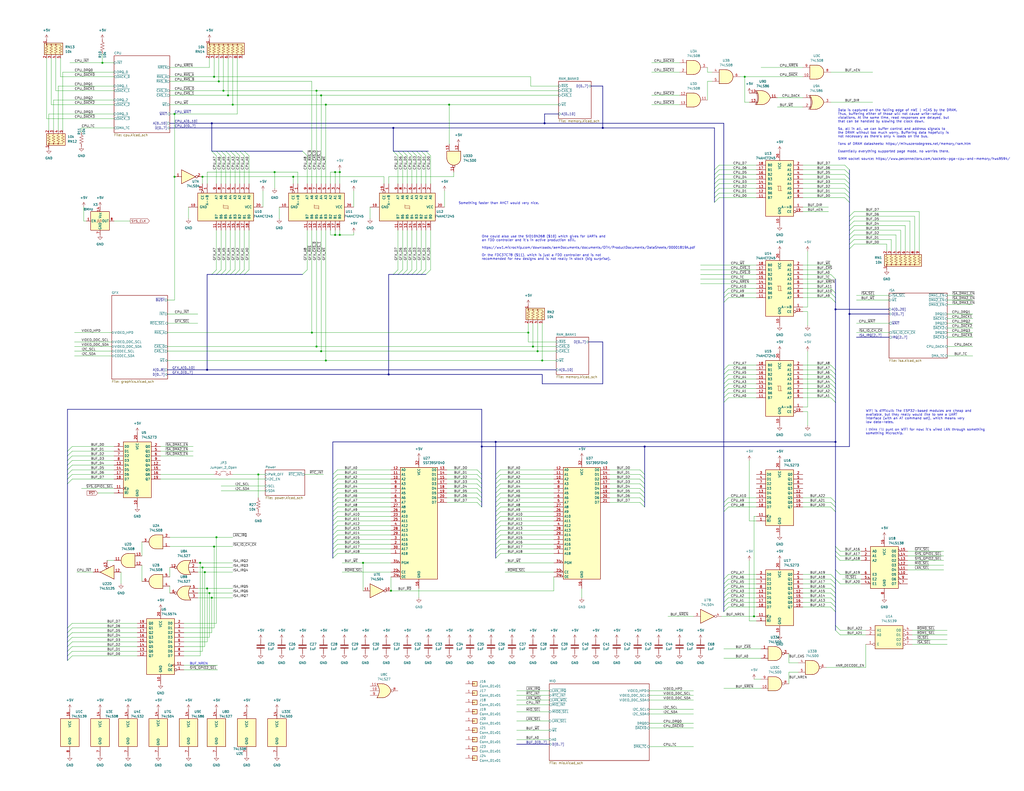
<source format=kicad_sch>
(kicad_sch (version 20230121) (generator eeschema)
  (paper "C")
  (title_block (title "Anachron"))
  (junction (at 212.09 204.47))
  (junction (at 115.57 67.31))
  (junction (at 110.49 309.88))
  (junction (at 119.38 44.45))
  (junction (at 290.83 189.23))
  (junction (at 172.72 49.53))
  (junction (at 351.79 243.84))
  (junction (at 110.49 96.52))
  (junction (at 149.86 93.98))
  (junction (at 175.26 52.07))
  (junction (at 175.26 191.77))
  (junction (at 116.84 41.91))
  (junction (at 116.84 298.45))
  (junction (at 262.89 243.84))
  (junction (at 177.8 57.15))
  (junction (at 140.97 259.08))
  (junction (at 55.88 34.29))
  (junction (at 160.02 96.52))
  (junction (at 245.11 57.15))
  (junction (at 170.18 181.61))
  (junction (at 113.03 321.31))
  (junction (at 113.03 201.93))
  (junction (at 213.36 322.58))
  (junction (at 182.88 93.98))
  (junction (at 297.18 67.31))
  (junction (at 115.57 326.39))
  (junction (at 185.42 93.98))
  (junction (at 95.25 96.52))
  (junction (at 109.22 307.34))
  (junction (at 127 57.15))
  (junction (at 114.3 323.85))
  (junction (at 270.51 241.3))
  (junction (at 95.25 62.23))
  (junction (at 121.92 49.53))
  (junction (at 463.55 171.45))
  (junction (at 124.46 52.07))
  (junction (at 293.37 191.77))
  (junction (at 455.93 241.3))
  (junction (at 118.11 293.37))
  (junction (at 288.29 181.61))
  (junction (at 295.91 196.85))
  (junction (at 455.93 168.91))
  (junction (at 328.93 69.85))
  (junction (at 111.76 312.42))
  (junction (at 185.42 128.27))
  (junction (at 182.88 128.27))
  (junction (at 411.48 336.55))
  (junction (at 214.63 69.85))
  (junction (at 177.8 196.85))
  (junction (at 172.72 189.23))
  (junction (at 406.4 41.91))
  (junction (at 198.12 307.34))
  (bus_entry (at 36.83 350.52) (size 2.54 -2.54))
  (bus_entry (at 260.35 261.62) (size 2.54 2.54))
  (bus_entry (at 36.83 355.6) (size 2.54 -2.54))
  (bus_entry (at 463.55 128.27) (size 2.54 -2.54))
  (bus_entry (at 349.25 274.32) (size 2.54 2.54))
  (bus_entry (at 36.83 353.06) (size 2.54 -2.54))
  (bus_entry (at 123.19 149.86) (size 2.54 -2.54))
  (bus_entry (at 455.93 162.56) (size -2.54 -2.54))
  (bus_entry (at 455.93 321.31) (size -2.54 -2.54))
  (bus_entry (at 36.83 248.92) (size 2.54 -2.54))
  (bus_entry (at 181.61 294.64) (size 2.54 -2.54))
  (bus_entry (at 394.97 323.85) (size 2.54 -2.54))
  (bus_entry (at 270.51 287.02) (size 2.54 -2.54))
  (bus_entry (at 455.93 328.93) (size -2.54 -2.54))
  (bus_entry (at 455.93 160.02) (size -2.54 -2.54))
  (bus_entry (at 270.51 274.32) (size 2.54 -2.54))
  (bus_entry (at 217.17 82.55) (size 2.54 2.54))
  (bus_entry (at 165.1 82.55) (size 2.54 2.54))
  (bus_entry (at 463.55 105.41) (size -2.54 -2.54))
  (bus_entry (at 389.89 102.87) (size 2.54 -2.54))
  (bus_entry (at 36.83 261.62) (size 2.54 -2.54))
  (bus_entry (at 181.61 276.86) (size 2.54 -2.54))
  (bus_entry (at 394.97 212.09) (size 2.54 -2.54))
  (bus_entry (at 181.61 266.7) (size 2.54 -2.54))
  (bus_entry (at 181.61 292.1) (size 2.54 -2.54))
  (bus_entry (at 36.83 256.54) (size 2.54 -2.54))
  (bus_entry (at 455.93 201.93) (size -2.54 -2.54))
  (bus_entry (at 349.25 266.7) (size 2.54 2.54))
  (bus_entry (at 219.71 149.86) (size 2.54 -2.54))
  (bus_entry (at 229.87 82.55) (size 2.54 2.54))
  (bus_entry (at 36.83 345.44) (size 2.54 -2.54))
  (bus_entry (at 181.61 271.78) (size 2.54 -2.54))
  (bus_entry (at 181.61 299.72) (size 2.54 -2.54))
  (bus_entry (at 270.51 302.26) (size 2.54 -2.54))
  (bus_entry (at 227.33 149.86) (size 2.54 -2.54))
  (bus_entry (at 455.93 298.45) (size 2.54 2.54))
  (bus_entry (at 463.55 97.79) (size -2.54 -2.54))
  (bus_entry (at 270.51 266.7) (size 2.54 -2.54))
  (bus_entry (at 349.25 264.16) (size 2.54 2.54))
  (bus_entry (at 36.83 358.14) (size 2.54 -2.54))
  (bus_entry (at 455.93 152.4) (size -2.54 -2.54))
  (bus_entry (at 455.93 217.17) (size -2.54 -2.54))
  (bus_entry (at 455.93 316.23) (size -2.54 -2.54))
  (bus_entry (at 123.19 82.55) (size 2.54 2.54))
  (bus_entry (at 455.93 165.1) (size -2.54 -2.54))
  (bus_entry (at 394.97 326.39) (size 2.54 -2.54))
  (bus_entry (at 455.93 334.01) (size -2.54 -2.54))
  (bus_entry (at 181.61 274.32) (size 2.54 -2.54))
  (bus_entry (at 463.55 102.87) (size -2.54 -2.54))
  (bus_entry (at 463.55 130.81) (size 2.54 -2.54))
  (bus_entry (at 463.55 107.95) (size -2.54 -2.54))
  (bus_entry (at 463.55 100.33) (size -2.54 -2.54))
  (bus_entry (at 455.93 204.47) (size -2.54 -2.54))
  (bus_entry (at 455.93 212.09) (size -2.54 -2.54))
  (bus_entry (at 36.83 360.68) (size 2.54 -2.54))
  (bus_entry (at 394.97 162.56) (size 2.54 -2.54))
  (bus_entry (at 463.55 110.49) (size -2.54 -2.54))
  (bus_entry (at 214.63 82.55) (size 2.54 2.54))
  (bus_entry (at 214.63 149.86) (size 2.54 -2.54))
  (bus_entry (at 394.97 209.55) (size 2.54 -2.54))
  (bus_entry (at 270.51 276.86) (size 2.54 -2.54))
  (bus_entry (at 217.17 149.86) (size 2.54 -2.54))
  (bus_entry (at 455.93 219.71) (size -2.54 -2.54))
  (bus_entry (at 270.51 292.1) (size 2.54 -2.54))
  (bus_entry (at 394.97 318.77) (size 2.54 -2.54))
  (bus_entry (at 455.93 323.85) (size -2.54 -2.54))
  (bus_entry (at 181.61 279.4) (size 2.54 -2.54))
  (bus_entry (at 455.93 311.15) (size 2.54 2.54))
  (bus_entry (at 389.89 92.71) (size 2.54 -2.54))
  (bus_entry (at 181.61 289.56) (size 2.54 -2.54))
  (bus_entry (at 36.83 259.08) (size 2.54 -2.54))
  (bus_entry (at 455.93 326.39) (size -2.54 -2.54))
  (bus_entry (at 130.81 149.86) (size 2.54 -2.54))
  (bus_entry (at 394.97 165.1) (size 2.54 -2.54))
  (bus_entry (at 181.61 269.24) (size 2.54 -2.54))
  (bus_entry (at 455.93 331.47) (size -2.54 -2.54))
  (bus_entry (at 181.61 297.18) (size 2.54 -2.54))
  (bus_entry (at 181.61 287.02) (size 2.54 -2.54))
  (bus_entry (at 224.79 82.55) (size 2.54 2.54))
  (bus_entry (at 181.61 259.08) (size 2.54 -2.54))
  (bus_entry (at 463.55 125.73) (size 2.54 -2.54))
  (bus_entry (at 270.51 304.8) (size 2.54 -2.54))
  (bus_entry (at 455.93 303.53) (size 2.54 2.54))
  (bus_entry (at 389.89 105.41) (size 2.54 -2.54))
  (bus_entry (at 270.51 269.24) (size 2.54 -2.54))
  (bus_entry (at 389.89 110.49) (size 2.54 -2.54))
  (bus_entry (at 389.89 100.33) (size 2.54 -2.54))
  (bus_entry (at 181.61 284.48) (size 2.54 -2.54))
  (bus_entry (at 394.97 316.23) (size 2.54 -2.54))
  (bus_entry (at 260.35 266.7) (size 2.54 2.54))
  (bus_entry (at 260.35 271.78) (size 2.54 2.54))
  (bus_entry (at 389.89 97.79) (size 2.54 -2.54))
  (bus_entry (at 229.87 149.86) (size 2.54 -2.54))
  (bus_entry (at 130.81 82.55) (size 2.54 2.54))
  (bus_entry (at 260.35 274.32) (size 2.54 2.54))
  (bus_entry (at 394.97 219.71) (size 2.54 -2.54))
  (bus_entry (at 458.47 346.71) (size -2.54 -2.54))
  (bus_entry (at 128.27 82.55) (size 2.54 2.54))
  (bus_entry (at 455.93 274.32) (size -2.54 -2.54))
  (bus_entry (at 36.83 347.98) (size 2.54 -2.54))
  (bus_entry (at 394.97 334.01) (size 2.54 -2.54))
  (bus_entry (at 463.55 133.35) (size 2.54 -2.54))
  (bus_entry (at 222.25 82.55) (size 2.54 2.54))
  (bus_entry (at 118.11 82.55) (size 2.54 2.54))
  (bus_entry (at 115.57 82.55) (size 2.54 2.54))
  (bus_entry (at 455.93 214.63) (size -2.54 -2.54))
  (bus_entry (at 270.51 271.78) (size 2.54 -2.54))
  (bus_entry (at 120.65 82.55) (size 2.54 2.54))
  (bus_entry (at 222.25 149.86) (size 2.54 -2.54))
  (bus_entry (at 463.55 120.65) (size 2.54 -2.54))
  (bus_entry (at 260.35 264.16) (size 2.54 2.54))
  (bus_entry (at 394.97 204.47) (size 2.54 -2.54))
  (bus_entry (at 394.97 201.93) (size 2.54 -2.54))
  (bus_entry (at 389.89 107.95) (size 2.54 -2.54))
  (bus_entry (at 455.93 279.4) (size -2.54 -2.54))
  (bus_entry (at 455.93 316.23) (size 2.54 2.54))
  (bus_entry (at 128.27 149.86) (size 2.54 -2.54))
  (bus_entry (at 270.51 279.4) (size 2.54 -2.54))
  (bus_entry (at 224.79 149.86) (size 2.54 -2.54))
  (bus_entry (at 394.97 274.32) (size 2.54 -2.54))
  (bus_entry (at 227.33 82.55) (size 2.54 2.54))
  (bus_entry (at 463.55 95.25) (size -2.54 -2.54))
  (bus_entry (at 232.41 149.86) (size 2.54 -2.54))
  (bus_entry (at 349.25 261.62) (size 2.54 2.54))
  (bus_entry (at 36.83 246.38) (size 2.54 -2.54))
  (bus_entry (at 463.55 92.71) (size -2.54 -2.54))
  (bus_entry (at 394.97 214.63) (size 2.54 -2.54))
  (bus_entry (at 120.65 149.86) (size 2.54 -2.54))
  (bus_entry (at 394.97 160.02) (size 2.54 -2.54))
  (bus_entry (at 455.93 209.55) (size -2.54 -2.54))
  (bus_entry (at 394.97 207.01) (size 2.54 -2.54))
  (bus_entry (at 270.51 299.72) (size 2.54 -2.54))
  (bus_entry (at 394.97 331.47) (size 2.54 -2.54))
  (bus_entry (at 133.35 149.86) (size 2.54 -2.54))
  (bus_entry (at 394.97 217.17) (size 2.54 -2.54))
  (bus_entry (at 270.51 264.16) (size 2.54 -2.54))
  (bus_entry (at 118.11 149.86) (size 2.54 -2.54))
  (bus_entry (at 36.83 254) (size 2.54 -2.54))
  (bus_entry (at 270.51 294.64) (size 2.54 -2.54))
  (bus_entry (at 458.47 344.17) (size -2.54 -2.54))
  (bus_entry (at 349.25 259.08) (size 2.54 2.54))
  (bus_entry (at 270.51 281.94) (size 2.54 -2.54))
  (bus_entry (at 181.61 281.94) (size 2.54 -2.54))
  (bus_entry (at 394.97 321.31) (size 2.54 -2.54))
  (bus_entry (at 270.51 289.56) (size 2.54 -2.54))
  (bus_entry (at 463.55 135.89) (size 2.54 -2.54))
  (bus_entry (at 36.83 251.46) (size 2.54 -2.54))
  (bus_entry (at 455.93 207.01) (size -2.54 -2.54))
  (bus_entry (at 165.1 149.86) (size 2.54 -2.54))
  (bus_entry (at 349.25 256.54) (size 2.54 2.54))
  (bus_entry (at 270.51 284.48) (size 2.54 -2.54))
  (bus_entry (at 133.35 82.55) (size 2.54 2.54))
  (bus_entry (at 270.51 261.62) (size 2.54 -2.54))
  (bus_entry (at 260.35 269.24) (size 2.54 2.54))
  (bus_entry (at 219.71 82.55) (size 2.54 2.54))
  (bus_entry (at 349.25 269.24) (size 2.54 2.54))
  (bus_entry (at 394.97 276.86) (size 2.54 -2.54))
  (bus_entry (at 36.83 342.9) (size 2.54 -2.54))
  (bus_entry (at 394.97 279.4) (size 2.54 -2.54))
  (bus_entry (at 260.35 256.54) (size 2.54 2.54))
  (bus_entry (at 181.61 261.62) (size 2.54 -2.54))
  (bus_entry (at 463.55 118.11) (size 2.54 -2.54))
  (bus_entry (at 125.73 82.55) (size 2.54 2.54))
  (bus_entry (at 455.93 276.86) (size -2.54 -2.54))
  (bus_entry (at 181.61 304.8) (size 2.54 -2.54))
  (bus_entry (at 389.89 95.25) (size 2.54 -2.54))
  (bus_entry (at 36.83 264.16) (size 2.54 -2.54))
  (bus_entry (at 181.61 302.26) (size 2.54 -2.54))
  (bus_entry (at 115.57 149.86) (size 2.54 -2.54))
  (bus_entry (at 270.51 259.08) (size 2.54 -2.54))
  (bus_entry (at 260.35 259.08) (size 2.54 2.54))
  (bus_entry (at 232.41 82.55) (size 2.54 2.54))
  (bus_entry (at 463.55 123.19) (size 2.54 -2.54))
  (bus_entry (at 455.93 300.99) (size 2.54 2.54))
  (bus_entry (at 455.93 318.77) (size -2.54 -2.54))
  (bus_entry (at 270.51 297.18) (size 2.54 -2.54))
  (bus_entry (at 394.97 328.93) (size 2.54 -2.54))
  (bus_entry (at 349.25 271.78) (size 2.54 2.54))
  (bus_entry (at 125.73 149.86) (size 2.54 -2.54))
  (bus_entry (at 181.61 264.16) (size 2.54 -2.54))
  (wire (pts (xy 397.51 271.78) (xy 412.75 271.78)))
  (wire (pts (xy 332.74 259.08) (xy 349.25 259.08)))
  (wire (pts (xy 501.65 137.16) (xy 501.65 115.57)))
  (bus (pts (xy 91.44 204.47) (xy 212.09 204.47)))
  (bus (pts (xy 321.31 186.69) (xy 328.93 186.69)))
  (bus (pts (xy 455.93 334.01) (xy 455.93 341.63)))
  (wire (pts (xy 229.87 85.09) (xy 229.87 100.33)))
  (wire (pts (xy 120.65 265.43) (xy 144.78 265.43)))
  (wire (pts (xy 397.51 328.93) (xy 412.75 328.93)))
  (bus (pts (xy 270.51 299.72) (xy 270.51 302.26)))
  (wire (pts (xy 38.1 34.29) (xy 55.88 34.29)))
  (bus (pts (xy 455.93 300.99) (xy 455.93 303.53)))
  (bus (pts (xy 394.97 316.23) (xy 394.97 318.77)))
  (wire (pts (xy 495.3 306.07) (xy 514.985 306.07)))
  (wire (pts (xy 499.11 137.16) (xy 499.11 118.11)))
  (wire (pts (xy 516.89 161.29) (xy 530.86 161.29)))
  (wire (pts (xy 273.05 297.18) (xy 302.26 297.18)))
  (wire (pts (xy 332.74 256.54) (xy 349.25 256.54)))
  (wire (pts (xy 41.91 312.42) (xy 50.8 312.42)))
  (bus (pts (xy 394.97 321.31) (xy 394.97 323.85)))
  (wire (pts (xy 39.37 259.08) (xy 62.23 259.08)))
  (wire (pts (xy 95.25 62.23) (xy 129.54 62.23)))
  (wire (pts (xy 392.43 97.79) (xy 412.75 97.79)))
  (bus (pts (xy 270.51 284.48) (xy 270.51 287.02)))
  (bus (pts (xy 455.93 168.91) (xy 485.14 168.91)))
  (wire (pts (xy 87.63 248.92) (xy 105.41 248.92)))
  (wire (pts (xy 403.86 41.91) (xy 406.4 41.91)))
  (bus (pts (xy 394.97 274.32) (xy 394.97 276.86)))
  (wire (pts (xy 107.95 309.88) (xy 110.49 309.88)))
  (bus (pts (xy 118.11 82.55) (xy 115.57 82.55)))
  (bus (pts (xy 270.51 289.56) (xy 270.51 292.1)))
  (wire (pts (xy 354.33 389.89) (xy 378.46 389.89)))
  (bus (pts (xy 115.57 149.86) (xy 113.03 149.86)))
  (bus (pts (xy 455.93 274.32) (xy 455.93 276.86)))
  (wire (pts (xy 386.08 39.37) (xy 386.08 36.83)))
  (wire (pts (xy 392.43 105.41) (xy 412.75 105.41)))
  (wire (pts (xy 438.15 224.79) (xy 440.69 224.79)))
  (wire (pts (xy 273.05 274.32) (xy 302.26 274.32)))
  (wire (pts (xy 100.33 347.98) (xy 114.3 347.98)))
  (wire (pts (xy 397.51 201.93) (xy 412.75 201.93)))
  (wire (pts (xy 113.03 93.98) (xy 149.86 93.98)))
  (wire (pts (xy 185.42 93.98) (xy 185.42 100.33)))
  (wire (pts (xy 393.7 336.55) (xy 411.48 336.55)))
  (bus (pts (xy 455.93 219.71) (xy 455.93 241.3)))
  (wire (pts (xy 107.95 321.31) (xy 113.03 321.31)))
  (bus (pts (xy 270.51 259.08) (xy 270.51 261.62)))
  (wire (pts (xy 412.75 339.09) (xy 408.94 339.09)))
  (bus (pts (xy 328.93 209.55) (xy 295.91 209.55)))
  (wire (pts (xy 273.05 281.94) (xy 302.26 281.94)))
  (wire (pts (xy 26.67 62.23) (xy 62.23 62.23)))
  (wire (pts (xy 77.47 295.91) (xy 77.47 303.53)))
  (wire (pts (xy 354.33 377.19) (xy 378.46 377.19)))
  (wire (pts (xy 273.05 292.1) (xy 302.26 292.1)))
  (bus (pts (xy 224.79 82.55) (xy 222.25 82.55)))
  (bus (pts (xy 389.89 92.71) (xy 389.89 95.25)))
  (wire (pts (xy 212.09 100.33) (xy 212.09 96.52)))
  (wire (pts (xy 40.64 181.61) (xy 60.96 181.61)))
  (wire (pts (xy 516.89 171.45) (xy 530.86 171.45)))
  (wire (pts (xy 125.73 85.09) (xy 125.73 100.33)))
  (wire (pts (xy 39.37 246.38) (xy 62.23 246.38)))
  (bus (pts (xy 297.18 62.23) (xy 297.18 67.31)))
  (wire (pts (xy 453.39 199.39) (xy 438.15 199.39)))
  (bus (pts (xy 181.61 281.94) (xy 181.61 284.48)))
  (bus (pts (xy 394.97 323.85) (xy 394.97 326.39)))
  (bus (pts (xy 322.58 46.99) (xy 328.93 46.99)))
  (wire (pts (xy 293.37 176.53) (xy 293.37 191.77)))
  (wire (pts (xy 143.51 104.14) (xy 143.51 113.03)))
  (bus (pts (xy 115.57 67.31) (xy 115.57 82.55)))
  (bus (pts (xy 455.93 160.02) (xy 455.93 162.56)))
  (bus (pts (xy 455.93 323.85) (xy 455.93 326.39)))
  (wire (pts (xy 160.02 96.52) (xy 110.49 96.52)))
  (wire (pts (xy 40.64 186.69) (xy 60.96 186.69)))
  (wire (pts (xy 438.15 144.78) (xy 453.39 144.78)))
  (wire (pts (xy 55.88 29.21) (xy 55.88 34.29)))
  (wire (pts (xy 184.15 264.16) (xy 213.36 264.16)))
  (bus (pts (xy 123.19 149.86) (xy 120.65 149.86)))
  (bus (pts (xy 262.89 223.52) (xy 36.83 223.52)))
  (wire (pts (xy 44.45 69.85) (xy 62.23 69.85)))
  (wire (pts (xy 91.44 191.77) (xy 175.26 191.77)))
  (wire (pts (xy 289.56 41.91) (xy 289.56 46.99)))
  (bus (pts (xy 262.89 271.78) (xy 262.89 274.32)))
  (wire (pts (xy 133.35 125.73) (xy 133.35 147.32)))
  (wire (pts (xy 273.05 294.64) (xy 302.26 294.64)))
  (wire (pts (xy 453.39 204.47) (xy 438.15 204.47)))
  (wire (pts (xy 243.84 266.7) (xy 260.35 266.7)))
  (wire (pts (xy 273.05 302.26) (xy 302.26 302.26)))
  (wire (pts (xy 172.72 49.53) (xy 121.92 49.53)))
  (wire (pts (xy 107.95 312.42) (xy 111.76 312.42)))
  (wire (pts (xy 453.39 274.32) (xy 438.15 274.32)))
  (wire (pts (xy 193.04 127) (xy 193.04 128.27)))
  (bus (pts (xy 394.97 162.56) (xy 394.97 165.1)))
  (wire (pts (xy 40.64 194.31) (xy 60.96 194.31)))
  (bus (pts (xy 463.55 118.11) (xy 463.55 120.65)))
  (wire (pts (xy 193.04 104.14) (xy 193.04 113.03)))
  (wire (pts (xy 172.72 189.23) (xy 290.83 189.23)))
  (bus (pts (xy 217.17 149.86) (xy 214.63 149.86)))
  (wire (pts (xy 39.37 261.62) (xy 62.23 261.62)))
  (wire (pts (xy 288.29 186.69) (xy 288.29 181.61)))
  (bus (pts (xy 455.93 212.09) (xy 455.93 214.63)))
  (bus (pts (xy 463.55 128.27) (xy 463.55 130.81)))
  (wire (pts (xy 100.33 342.9) (xy 116.84 342.9)))
  (wire (pts (xy 92.71 293.37) (xy 118.11 293.37)))
  (wire (pts (xy 453.39 328.93) (xy 438.15 328.93)))
  (wire (pts (xy 516.89 189.23) (xy 530.86 189.23)))
  (bus (pts (xy 270.51 281.94) (xy 270.51 284.48)))
  (bus (pts (xy 262.89 274.32) (xy 262.89 276.86)))
  (wire (pts (xy 453.39 160.02) (xy 438.15 160.02)))
  (bus (pts (xy 463.55 130.81) (xy 463.55 133.35)))
  (wire (pts (xy 184.15 259.08) (xy 213.36 259.08)))
  (bus (pts (xy 455.93 276.86) (xy 455.93 279.4)))
  (wire (pts (xy 107.95 307.34) (xy 109.22 307.34)))
  (bus (pts (xy 36.83 248.92) (xy 36.83 251.46)))
  (wire (pts (xy 245.11 57.15) (xy 304.8 57.15)))
  (wire (pts (xy 172.72 49.53) (xy 304.8 49.53)))
  (wire (pts (xy 109.22 307.34) (xy 109.22 358.14)))
  (wire (pts (xy 273.05 259.08) (xy 302.26 259.08)))
  (bus (pts (xy 115.57 67.31) (xy 297.18 67.31)))
  (bus (pts (xy 229.87 82.55) (xy 227.33 82.55)))
  (wire (pts (xy 140.97 271.78) (xy 140.97 259.08)))
  (wire (pts (xy 40.64 191.77) (xy 60.96 191.77)))
  (wire (pts (xy 461.01 105.41) (xy 438.15 105.41)))
  (bus (pts (xy 125.73 149.86) (xy 123.19 149.86)))
  (wire (pts (xy 516.89 179.07) (xy 530.86 179.07)))
  (wire (pts (xy 121.92 31.75) (xy 121.92 49.53)))
  (wire (pts (xy 516.89 166.37) (xy 530.86 166.37)))
  (bus (pts (xy 328.93 46.99) (xy 328.93 69.85)))
  (wire (pts (xy 222.25 125.73) (xy 222.25 147.32)))
  (wire (pts (xy 467.36 163.83) (xy 485.14 163.83)))
  (bus (pts (xy 455.93 201.93) (xy 455.93 204.47)))
  (wire (pts (xy 184.15 276.86) (xy 213.36 276.86)))
  (bus (pts (xy 270.51 274.32) (xy 270.51 276.86)))
  (wire (pts (xy 182.88 93.98) (xy 182.88 100.33)))
  (wire (pts (xy 453.39 271.78) (xy 438.15 271.78)))
  (bus (pts (xy 455.93 279.4) (xy 455.93 298.45)))
  (bus (pts (xy 455.93 326.39) (xy 455.93 328.93)))
  (wire (pts (xy 273.05 299.72) (xy 302.26 299.72)))
  (bus (pts (xy 394.97 160.02) (xy 394.97 162.56)))
  (wire (pts (xy 109.22 307.34) (xy 127 307.34)))
  (bus (pts (xy 113.03 201.93) (xy 303.53 201.93)))
  (bus (pts (xy 281.94 406.4) (xy 299.72 406.4)))
  (wire (pts (xy 461.01 95.25) (xy 438.15 95.25)))
  (wire (pts (xy 516.89 176.53) (xy 530.86 176.53)))
  (bus (pts (xy 181.61 264.16) (xy 181.61 266.7)))
  (bus (pts (xy 455.93 207.01) (xy 455.93 209.55)))
  (wire (pts (xy 397.51 331.47) (xy 412.75 331.47)))
  (wire (pts (xy 281.94 382.27) (xy 299.72 382.27)))
  (wire (pts (xy 354.33 382.27) (xy 378.46 382.27)))
  (bus (pts (xy 463.55 97.79) (xy 463.55 100.33)))
  (wire (pts (xy 382.27 154.94) (xy 412.75 154.94)))
  (wire (pts (xy 453.39 55.88) (xy 476.25 55.88)))
  (wire (pts (xy 440.69 224.79) (xy 440.69 232.41)))
  (bus (pts (xy 181.61 302.26) (xy 181.61 304.8)))
  (wire (pts (xy 127 57.15) (xy 92.71 57.15)))
  (wire (pts (xy 354.33 387.35) (xy 378.46 387.35)))
  (wire (pts (xy 355.6 57.15) (xy 370.84 57.15)))
  (bus (pts (xy 394.97 217.17) (xy 394.97 219.71)))
  (wire (pts (xy 453.39 326.39) (xy 438.15 326.39)))
  (wire (pts (xy 185.42 92.71) (xy 185.42 93.98)))
  (wire (pts (xy 186.69 312.42) (xy 213.36 312.42)))
  (wire (pts (xy 288.29 176.53) (xy 288.29 181.61)))
  (wire (pts (xy 185.42 125.73) (xy 185.42 128.27)))
  (bus (pts (xy 351.79 243.84) (xy 262.89 243.84)))
  (wire (pts (xy 121.92 49.53) (xy 92.71 49.53)))
  (bus (pts (xy 394.97 67.31) (xy 394.97 160.02)))
  (bus (pts (xy 394.97 326.39) (xy 394.97 328.93)))
  (wire (pts (xy 140.97 259.08) (xy 144.78 259.08)))
  (wire (pts (xy 408.94 251.46) (xy 408.94 284.48)))
  (wire (pts (xy 438.15 113.03) (xy 452.12 113.03)))
  (wire (pts (xy 110.49 309.88) (xy 127 309.88)))
  (wire (pts (xy 175.26 125.73) (xy 175.26 191.77)))
  (wire (pts (xy 397.51 207.01) (xy 412.75 207.01)))
  (wire (pts (xy 92.71 309.88) (xy 92.71 314.96)))
  (wire (pts (xy 39.37 340.36) (xy 74.93 340.36)))
  (bus (pts (xy 389.89 107.95) (xy 389.89 110.49)))
  (wire (pts (xy 243.84 256.54) (xy 260.35 256.54)))
  (bus (pts (xy 212.09 149.86) (xy 212.09 204.47)))
  (wire (pts (xy 453.39 323.85) (xy 438.15 323.85)))
  (bus (pts (xy 455.93 204.47) (xy 455.93 207.01)))
  (wire (pts (xy 406.4 55.88) (xy 406.4 41.91)))
  (bus (pts (xy 463.55 110.49) (xy 463.55 118.11)))
  (wire (pts (xy 209.55 100.33) (xy 209.55 96.52)))
  (wire (pts (xy 397.51 321.31) (xy 412.75 321.31)))
  (wire (pts (xy 458.47 344.17) (xy 472.44 344.17)))
  (wire (pts (xy 466.09 130.81) (xy 486.41 130.81)))
  (wire (pts (xy 332.74 266.7) (xy 349.25 266.7)))
  (wire (pts (xy 466.09 118.11) (xy 499.11 118.11)))
  (wire (pts (xy 424.18 53.34) (xy 438.15 53.34)))
  (wire (pts (xy 461.01 100.33) (xy 438.15 100.33)))
  (bus (pts (xy 270.51 241.3) (xy 181.61 241.3)))
  (wire (pts (xy 466.09 123.19) (xy 494.03 123.19)))
  (wire (pts (xy 438.15 152.4) (xy 453.39 152.4)))
  (wire (pts (xy 177.8 125.73) (xy 177.8 196.85)))
  (wire (pts (xy 461.01 92.71) (xy 438.15 92.71)))
  (wire (pts (xy 450.85 364.49) (xy 472.44 364.49)))
  (wire (pts (xy 458.47 318.77) (xy 469.9 318.77)))
  (wire (pts (xy 58.42 306.07) (xy 62.23 306.07)))
  (wire (pts (xy 39.37 248.92) (xy 62.23 248.92)))
  (wire (pts (xy 224.79 85.09) (xy 224.79 100.33)))
  (wire (pts (xy 227.33 85.09) (xy 227.33 100.33)))
  (wire (pts (xy 497.84 349.25) (xy 516.89 349.25)))
  (wire (pts (xy 397.51 313.69) (xy 412.75 313.69)))
  (bus (pts (xy 181.61 274.32) (xy 181.61 276.86)))
  (wire (pts (xy 332.74 269.24) (xy 349.25 269.24)))
  (wire (pts (xy 77.47 317.5) (xy 77.47 308.61)))
  (bus (pts (xy 270.51 279.4) (xy 270.51 281.94)))
  (bus (pts (xy 455.93 209.55) (xy 455.93 212.09)))
  (bus (pts (xy 229.87 149.86) (xy 227.33 149.86)))
  (bus (pts (xy 262.89 261.62) (xy 262.89 264.16)))
  (bus (pts (xy 463.55 123.19) (xy 463.55 125.73)))
  (bus (pts (xy 36.83 256.54) (xy 36.83 259.08)))
  (wire (pts (xy 184.15 292.1) (xy 213.36 292.1)))
  (bus (pts (xy 455.93 241.3) (xy 270.51 241.3)))
  (wire (pts (xy 516.89 173.99) (xy 530.86 173.99)))
  (wire (pts (xy 175.26 191.77) (xy 293.37 191.77)))
  (wire (pts (xy 180.34 93.98) (xy 182.88 93.98)))
  (wire (pts (xy 91.44 176.53) (xy 107.95 176.53)))
  (wire (pts (xy 120.65 125.73) (xy 120.65 147.32)))
  (bus (pts (xy 181.61 241.3) (xy 181.61 259.08)))
  (wire (pts (xy 184.15 294.64) (xy 213.36 294.64)))
  (wire (pts (xy 354.33 394.97) (xy 378.46 394.97)))
  (wire (pts (xy 33.02 41.91) (xy 33.02 31.75)))
  (wire (pts (xy 397.51 217.17) (xy 412.75 217.17)))
  (bus (pts (xy 262.89 243.84) (xy 262.89 223.52)))
  (wire (pts (xy 39.37 256.54) (xy 62.23 256.54)))
  (wire (pts (xy 466.09 120.65) (xy 496.57 120.65)))
  (wire (pts (xy 495.3 311.15) (xy 514.985 311.15)))
  (wire (pts (xy 243.84 274.32) (xy 260.35 274.32)))
  (wire (pts (xy 438.15 170.18) (xy 440.69 170.18)))
  (wire (pts (xy 394.97 354.33) (xy 415.29 354.33)))
  (bus (pts (xy 133.35 82.55) (xy 165.1 82.55)))
  (bus (pts (xy 389.89 105.41) (xy 389.89 107.95)))
  (wire (pts (xy 114.3 347.98) (xy 114.3 323.85)))
  (wire (pts (xy 472.44 351.79) (xy 472.44 364.49)))
  (wire (pts (xy 243.84 271.78) (xy 260.35 271.78)))
  (wire (pts (xy 397.51 204.47) (xy 412.75 204.47)))
  (wire (pts (xy 397.51 326.39) (xy 412.75 326.39)))
  (bus (pts (xy 181.61 297.18) (xy 181.61 299.72)))
  (bus (pts (xy 270.51 294.64) (xy 270.51 297.18)))
  (wire (pts (xy 184.15 269.24) (xy 213.36 269.24)))
  (wire (pts (xy 388.62 39.37) (xy 386.08 39.37)))
  (wire (pts (xy 461.01 90.17) (xy 438.15 90.17)))
  (wire (pts (xy 440.69 170.18) (xy 440.69 177.8)))
  (wire (pts (xy 114.3 31.75) (xy 114.3 36.83)))
  (wire (pts (xy 453.39 316.23) (xy 438.15 316.23)))
  (wire (pts (xy 177.8 57.15) (xy 245.11 57.15)))
  (wire (pts (xy 198.12 307.34) (xy 213.36 307.34)))
  (wire (pts (xy 397.51 157.48) (xy 412.75 157.48)))
  (wire (pts (xy 31.75 46.99) (xy 31.75 71.12)))
  (bus (pts (xy 389.89 69.85) (xy 389.89 92.71)))
  (bus (pts (xy 270.51 276.86) (xy 270.51 279.4)))
  (wire (pts (xy 87.63 261.62) (xy 144.78 261.62)))
  (bus (pts (xy 133.35 149.86) (xy 130.81 149.86)))
  (bus (pts (xy 295.91 209.55) (xy 295.91 204.47)))
  (wire (pts (xy 273.05 264.16) (xy 302.26 264.16)))
  (wire (pts (xy 488.95 128.27) (xy 488.95 137.16)))
  (bus (pts (xy 125.73 82.55) (xy 123.19 82.55)))
  (bus (pts (xy 389.89 100.33) (xy 389.89 102.87)))
  (wire (pts (xy 39.37 243.84) (xy 62.23 243.84)))
  (bus (pts (xy 463.55 95.25) (xy 463.55 97.79)))
  (bus (pts (xy 36.83 251.46) (xy 36.83 254)))
  (wire (pts (xy 273.05 266.7) (xy 302.26 266.7)))
  (wire (pts (xy 273.05 289.56) (xy 302.26 289.56)))
  (wire (pts (xy 184.15 266.7) (xy 213.36 266.7)))
  (wire (pts (xy 115.57 345.44) (xy 115.57 326.39)))
  (bus (pts (xy 467.36 184.15) (xy 485.14 184.15)))
  (bus (pts (xy 455.93 341.63) (xy 455.93 344.17)))
  (wire (pts (xy 217.17 125.73) (xy 217.17 147.32)))
  (wire (pts (xy 149.86 93.98) (xy 149.86 102.87)))
  (wire (pts (xy 123.19 85.09) (xy 123.19 100.33)))
  (bus (pts (xy 36.83 350.52) (xy 36.83 353.06)))
  (wire (pts (xy 184.15 256.54) (xy 213.36 256.54)))
  (bus (pts (xy 181.61 289.56) (xy 181.61 292.1)))
  (wire (pts (xy 100.33 345.44) (xy 115.57 345.44)))
  (bus (pts (xy 463.55 107.95) (xy 463.55 110.49)))
  (bus (pts (xy 304.8 62.23) (xy 297.18 62.23)))
  (wire (pts (xy 177.8 57.15) (xy 177.8 100.33)))
  (wire (pts (xy 459.74 316.23) (xy 469.9 316.23)))
  (wire (pts (xy 184.15 279.4) (xy 213.36 279.4)))
  (wire (pts (xy 39.37 254) (xy 62.23 254)))
  (wire (pts (xy 182.88 125.73) (xy 182.88 128.27)))
  (wire (pts (xy 243.84 259.08) (xy 260.35 259.08)))
  (bus (pts (xy 181.61 279.4) (xy 181.61 281.94)))
  (wire (pts (xy 281.94 393.7) (xy 299.72 393.7)))
  (wire (pts (xy 382.27 149.86) (xy 412.75 149.86)))
  (wire (pts (xy 435.61 361.95) (xy 430.53 361.95)))
  (wire (pts (xy 30.48 31.75) (xy 30.48 49.53)))
  (wire (pts (xy 95.25 96.52) (xy 95.25 163.83)))
  (bus (pts (xy 92.71 67.31) (xy 115.57 67.31)))
  (bus (pts (xy 394.97 214.63) (xy 394.97 217.17)))
  (wire (pts (xy 124.46 52.07) (xy 175.26 52.07)))
  (wire (pts (xy 29.21 71.12) (xy 29.21 54.61)))
  (bus (pts (xy 455.93 331.47) (xy 455.93 334.01)))
  (wire (pts (xy 234.95 85.09) (xy 234.95 100.33)))
  (bus (pts (xy 394.97 207.01) (xy 394.97 209.55)))
  (bus (pts (xy 262.89 243.84) (xy 262.89 259.08)))
  (bus (pts (xy 181.61 269.24) (xy 181.61 271.78)))
  (bus (pts (xy 36.83 259.08) (xy 36.83 261.62)))
  (wire (pts (xy 130.81 125.73) (xy 130.81 147.32)))
  (wire (pts (xy 107.95 326.39) (xy 115.57 326.39)))
  (wire (pts (xy 44.45 266.7) (xy 62.23 266.7)))
  (wire (pts (xy 177.8 57.15) (xy 127 57.15)))
  (bus (pts (xy 394.97 318.77) (xy 394.97 321.31)))
  (wire (pts (xy 198.12 322.58) (xy 198.12 307.34)))
  (bus (pts (xy 224.79 149.86) (xy 222.25 149.86)))
  (wire (pts (xy 243.84 261.62) (xy 260.35 261.62)))
  (wire (pts (xy 453.39 162.56) (xy 438.15 162.56)))
  (wire (pts (xy 483.87 133.35) (xy 483.87 137.16)))
  (wire (pts (xy 102.87 113.03) (xy 102.87 119.38)))
  (wire (pts (xy 281.94 379.73) (xy 299.72 379.73)))
  (bus (pts (xy 214.63 82.55) (xy 214.63 69.85)))
  (wire (pts (xy 175.26 52.07) (xy 175.26 100.33)))
  (wire (pts (xy 95.25 62.23) (xy 95.25 96.52)))
  (bus (pts (xy 262.89 264.16) (xy 262.89 266.7)))
  (bus (pts (xy 36.83 223.52) (xy 36.83 246.38)))
  (wire (pts (xy 118.11 293.37) (xy 127 293.37)))
  (wire (pts (xy 186.69 307.34) (xy 198.12 307.34)))
  (bus (pts (xy 463.55 105.41) (xy 463.55 107.95)))
  (wire (pts (xy 130.81 85.09) (xy 130.81 100.33)))
  (bus (pts (xy 455.93 311.15) (xy 455.93 316.23)))
  (wire (pts (xy 29.21 54.61) (xy 62.23 54.61)))
  (wire (pts (xy 184.15 299.72) (xy 213.36 299.72)))
  (wire (pts (xy 87.63 246.38) (xy 105.41 246.38)))
  (wire (pts (xy 39.37 345.44) (xy 74.93 345.44)))
  (wire (pts (xy 386.08 44.45) (xy 388.62 44.45)))
  (bus (pts (xy 351.79 266.7) (xy 351.79 264.16)))
  (wire (pts (xy 27.94 57.15) (xy 62.23 57.15)))
  (bus (pts (xy 36.83 345.44) (xy 36.83 347.98)))
  (wire (pts (xy 170.18 125.73) (xy 170.18 181.61)))
  (wire (pts (xy 497.84 351.79) (xy 516.89 351.79)))
  (wire (pts (xy 397.51 160.02) (xy 412.75 160.02)))
  (wire (pts (xy 118.11 125.73) (xy 118.11 147.32)))
  (wire (pts (xy 232.41 85.09) (xy 232.41 100.33)))
  (wire (pts (xy 332.74 261.62) (xy 349.25 261.62)))
  (wire (pts (xy 109.22 358.14) (xy 100.33 358.14)))
  (bus (pts (xy 463.55 92.71) (xy 463.55 95.25)))
  (bus (pts (xy 262.89 259.08) (xy 262.89 261.62)))
  (wire (pts (xy 458.47 300.99) (xy 469.9 300.99)))
  (wire (pts (xy 152.4 113.03) (xy 152.4 119.38)))
  (bus (pts (xy 270.51 297.18) (xy 270.51 299.72)))
  (wire (pts (xy 209.55 96.52) (xy 160.02 96.52)))
  (wire (pts (xy 184.15 289.56) (xy 213.36 289.56)))
  (bus (pts (xy 463.55 125.73) (xy 463.55 128.27)))
  (wire (pts (xy 222.25 85.09) (xy 222.25 100.33)))
  (wire (pts (xy 172.72 49.53) (xy 172.72 100.33)))
  (wire (pts (xy 453.39 207.01) (xy 438.15 207.01)))
  (bus (pts (xy 214.63 149.86) (xy 212.09 149.86)))
  (wire (pts (xy 438.15 149.86) (xy 453.39 149.86)))
  (wire (pts (xy 382.27 147.32) (xy 412.75 147.32)))
  (wire (pts (xy 516.89 194.31) (xy 530.86 194.31)))
  (bus (pts (xy 120.65 82.55) (xy 118.11 82.55)))
  (bus (pts (xy 351.79 264.16) (xy 351.79 261.62)))
  (bus (pts (xy 181.61 259.08) (xy 181.61 261.62)))
  (bus (pts (xy 36.83 261.62) (xy 36.83 264.16)))
  (wire (pts (xy 116.84 298.45) (xy 116.84 342.9)))
  (wire (pts (xy 184.15 274.32) (xy 213.36 274.32)))
  (wire (pts (xy 39.37 353.06) (xy 74.93 353.06)))
  (wire (pts (xy 62.23 120.65) (xy 71.12 120.65)))
  (wire (pts (xy 394.97 375.92) (xy 415.29 375.92)))
  (bus (pts (xy 463.55 100.33) (xy 463.55 102.87)))
  (wire (pts (xy 516.89 184.15) (xy 530.86 184.15)))
  (wire (pts (xy 27.94 31.75) (xy 27.94 57.15)))
  (wire (pts (xy 245.11 57.15) (xy 245.11 78.74)))
  (wire (pts (xy 120.65 85.09) (xy 120.65 100.33)))
  (wire (pts (xy 486.41 130.81) (xy 486.41 137.16)))
  (wire (pts (xy 228.6 326.39) (xy 228.6 321.31)))
  (wire (pts (xy 273.05 284.48) (xy 302.26 284.48)))
  (bus (pts (xy 389.89 97.79) (xy 389.89 100.33)))
  (wire (pts (xy 355.6 39.37) (xy 370.84 39.37)))
  (wire (pts (xy 39.37 347.98) (xy 74.93 347.98)))
  (bus (pts (xy 463.55 133.35) (xy 463.55 135.89)))
  (wire (pts (xy 177.8 196.85) (xy 295.91 196.85)))
  (bus (pts (xy 463.55 102.87) (xy 463.55 105.41)))
  (wire (pts (xy 123.19 125.73) (xy 123.19 147.32)))
  (bus (pts (xy 91.44 201.93) (xy 113.03 201.93)))
  (wire (pts (xy 31.75 46.99) (xy 62.23 46.99)))
  (wire (pts (xy 91.44 171.45) (xy 107.95 171.45)))
  (bus (pts (xy 36.83 353.06) (xy 36.83 355.6)))
  (wire (pts (xy 113.03 321.31) (xy 113.03 350.52)))
  (wire (pts (xy 288.29 186.69) (xy 303.53 186.69)))
  (wire (pts (xy 91.44 189.23) (xy 172.72 189.23)))
  (wire (pts (xy 273.05 261.62) (xy 302.26 261.62)))
  (wire (pts (xy 110.49 355.6) (xy 100.33 355.6)))
  (bus (pts (xy 227.33 82.55) (xy 224.79 82.55)))
  (wire (pts (xy 273.05 279.4) (xy 302.26 279.4)))
  (bus (pts (xy 394.97 201.93) (xy 394.97 204.47)))
  (wire (pts (xy 118.11 293.37) (xy 118.11 340.36)))
  (wire (pts (xy 180.34 125.73) (xy 180.34 128.27)))
  (wire (pts (xy 119.38 44.45) (xy 92.71 44.45)))
  (wire (pts (xy 170.18 181.61) (xy 288.29 181.61)))
  (wire (pts (xy 354.33 407.67) (xy 378.46 407.67)))
  (wire (pts (xy 281.94 388.62) (xy 299.72 388.62)))
  (wire (pts (xy 397.51 274.32) (xy 412.75 274.32)))
  (wire (pts (xy 39.37 350.52) (xy 74.93 350.52)))
  (bus (pts (xy 233.68 82.55) (xy 232.41 82.55)))
  (wire (pts (xy 34.29 39.37) (xy 34.29 71.12)))
  (wire (pts (xy 461.01 97.79) (xy 438.15 97.79)))
  (wire (pts (xy 303.53 189.23) (xy 290.83 189.23)))
  (wire (pts (xy 92.71 41.91) (xy 116.84 41.91)))
  (wire (pts (xy 354.33 397.51) (xy 378.46 397.51)))
  (bus (pts (xy 120.65 149.86) (xy 118.11 149.86)))
  (bus (pts (xy 351.79 271.78) (xy 351.79 269.24)))
  (wire (pts (xy 496.57 137.16) (xy 496.57 120.65)))
  (bus (pts (xy 394.97 204.47) (xy 394.97 207.01)))
  (wire (pts (xy 184.15 297.18) (xy 213.36 297.18)))
  (wire (pts (xy 397.51 318.77) (xy 412.75 318.77)))
  (bus (pts (xy 455.93 318.77) (xy 455.93 321.31)))
  (bus (pts (xy 455.93 217.17) (xy 455.93 219.71)))
  (bus (pts (xy 219.71 82.55) (xy 217.17 82.55)))
  (wire (pts (xy 453.39 313.69) (xy 438.15 313.69)))
  (wire (pts (xy 495.3 300.99) (xy 514.985 300.99)))
  (wire (pts (xy 275.59 307.34) (xy 302.26 307.34)))
  (bus (pts (xy 455.93 316.23) (xy 455.93 318.77)))
  (wire (pts (xy 167.64 125.73) (xy 167.64 147.32)))
  (wire (pts (xy 128.27 85.09) (xy 128.27 100.33)))
  (bus (pts (xy 455.93 328.93) (xy 455.93 331.47)))
  (wire (pts (xy 397.51 209.55) (xy 412.75 209.55)))
  (bus (pts (xy 455.93 321.31) (xy 455.93 323.85)))
  (wire (pts (xy 92.71 298.45) (xy 116.84 298.45)))
  (wire (pts (xy 92.71 62.23) (xy 95.25 62.23)))
  (wire (pts (xy 95.25 163.83) (xy 91.44 163.83)))
  (wire (pts (xy 397.51 316.23) (xy 412.75 316.23)))
  (bus (pts (xy 128.27 82.55) (xy 125.73 82.55)))
  (wire (pts (xy 87.63 243.84) (xy 105.41 243.84)))
  (bus (pts (xy 123.19 82.55) (xy 120.65 82.55)))
  (bus (pts (xy 394.97 219.71) (xy 394.97 274.32)))
  (bus (pts (xy 351.79 259.08) (xy 351.79 243.84)))
  (bus (pts (xy 36.83 355.6) (xy 36.83 358.14)))
  (bus (pts (xy 394.97 212.09) (xy 394.97 214.63)))
  (wire (pts (xy 453.39 321.31) (xy 438.15 321.31)))
  (wire (pts (xy 386.08 54.61) (xy 386.08 44.45)))
  (wire (pts (xy 100.33 363.22) (xy 118.745 363.22)))
  (wire (pts (xy 120.65 267.97) (xy 144.78 267.97)))
  (bus (pts (xy 485.14 171.45) (xy 463.55 171.45)))
  (wire (pts (xy 412.75 284.48) (xy 408.94 284.48)))
  (wire (pts (xy 116.84 298.45) (xy 127 298.45)))
  (bus (pts (xy 270.51 302.26) (xy 270.51 304.8)))
  (wire (pts (xy 412.75 281.94) (xy 411.48 281.94)))
  (wire (pts (xy 184.15 287.02) (xy 213.36 287.02)))
  (wire (pts (xy 62.23 39.37) (xy 34.29 39.37)))
  (wire (pts (xy 116.84 31.75) (xy 116.84 41.91)))
  (wire (pts (xy 62.23 41.91) (xy 33.02 41.91)))
  (wire (pts (xy 175.26 52.07) (xy 304.8 52.07)))
  (bus (pts (xy 262.89 269.24) (xy 262.89 271.78)))
  (wire (pts (xy 135.89 85.09) (xy 135.89 100.33)))
  (wire (pts (xy 232.41 125.73) (xy 232.41 147.32)))
  (wire (pts (xy 127 259.08) (xy 140.97 259.08)))
  (wire (pts (xy 281.94 403.86) (xy 299.72 403.86)))
  (wire (pts (xy 453.39 157.48) (xy 438.15 157.48)))
  (wire (pts (xy 113.03 350.52) (xy 100.33 350.52)))
  (wire (pts (xy 184.15 271.78) (xy 213.36 271.78)))
  (bus (pts (xy 394.97 328.93) (xy 394.97 331.47)))
  (wire (pts (xy 115.57 326.39) (xy 127 326.39)))
  (wire (pts (xy 182.88 128.27) (xy 185.42 128.27)))
  (bus (pts (xy 181.61 284.48) (xy 181.61 287.02)))
  (wire (pts (xy 453.39 318.77) (xy 438.15 318.77)))
  (wire (pts (xy 92.71 323.85) (xy 92.71 320.04)))
  (wire (pts (xy 397.51 323.85) (xy 412.75 323.85)))
  (wire (pts (xy 180.34 93.98) (xy 180.34 100.33)))
  (wire (pts (xy 170.18 44.45) (xy 119.38 44.45)))
  (wire (pts (xy 107.95 323.85) (xy 114.3 323.85)))
  (bus (pts (xy 328.93 69.85) (xy 389.89 69.85)))
  (wire (pts (xy 66.04 312.42) (xy 66.04 318.77)))
  (bus (pts (xy 455.93 241.3) (xy 455.93 274.32)))
  (wire (pts (xy 406.4 41.91) (xy 438.15 41.91)))
  (wire (pts (xy 25.4 64.77) (xy 62.23 64.77)))
  (wire (pts (xy 466.09 115.57) (xy 501.65 115.57)))
  (wire (pts (xy 392.43 102.87) (xy 412.75 102.87)))
  (bus (pts (xy 394.97 276.86) (xy 394.97 279.4)))
  (wire (pts (xy 355.6 34.29) (xy 370.84 34.29)))
  (wire (pts (xy 494.03 137.16) (xy 494.03 123.19)))
  (wire (pts (xy 110.49 309.88) (xy 110.49 355.6)))
  (bus (pts (xy 351.79 269.24) (xy 351.79 266.7)))
  (bus (pts (xy 181.61 287.02) (xy 181.61 289.56)))
  (wire (pts (xy 408.94 306.07) (xy 408.94 339.09)))
  (bus (pts (xy 130.81 149.86) (xy 128.27 149.86)))
  (wire (pts (xy 92.71 36.83) (xy 114.3 36.83)))
  (bus (pts (xy 133.35 82.55) (xy 130.81 82.55)))
  (wire (pts (xy 458.47 303.53) (xy 469.9 303.53)))
  (wire (pts (xy 302.26 322.58) (xy 213.36 322.58)))
  (wire (pts (xy 100.33 365.76) (xy 118.745 365.76)))
  (wire (pts (xy 111.76 353.06) (xy 100.33 353.06)))
  (wire (pts (xy 466.09 125.73) (xy 491.49 125.73)))
  (wire (pts (xy 39.37 358.14) (xy 74.93 358.14)))
  (bus (pts (xy 455.93 214.63) (xy 455.93 217.17)))
  (bus (pts (xy 36.83 246.38) (xy 36.83 248.92)))
  (wire (pts (xy 332.74 264.16) (xy 349.25 264.16)))
  (wire (pts (xy 415.29 36.83) (xy 438.15 36.83)))
  (wire (pts (xy 281.94 377.19) (xy 299.72 377.19)))
  (wire (pts (xy 495.3 303.53) (xy 514.985 303.53)))
  (wire (pts (xy 46.99 120.65) (xy 45.72 120.65)))
  (bus (pts (xy 394.97 279.4) (xy 394.97 316.23)))
  (bus (pts (xy 455.93 152.4) (xy 455.93 160.02)))
  (wire (pts (xy 234.95 125.73) (xy 234.95 147.32)))
  (wire (pts (xy 453.39 201.93) (xy 438.15 201.93)))
  (wire (pts (xy 438.15 115.57) (xy 452.12 115.57)))
  (bus (pts (xy 270.51 241.3) (xy 270.51 259.08)))
  (wire (pts (xy 182.88 93.98) (xy 185.42 93.98)))
  (bus (pts (xy 394.97 209.55) (xy 394.97 212.09)))
  (wire (pts (xy 435.61 367.03) (xy 430.53 367.03)))
  (wire (pts (xy 392.43 107.95) (xy 412.75 107.95)))
  (wire (pts (xy 516.89 163.83) (xy 530.86 163.83)))
  (wire (pts (xy 458.47 313.69) (xy 469.9 313.69)))
  (bus (pts (xy 328.93 186.69) (xy 328.93 209.55)))
  (bus (pts (xy 222.25 82.55) (xy 219.71 82.55)))
  (bus (pts (xy 394.97 201.93) (xy 394.97 165.1)))
  (wire (pts (xy 411.48 281.94) (xy 411.48 336.55)))
  (wire (pts (xy 87.63 259.08) (xy 116.84 259.08)))
  (wire (pts (xy 461.01 107.95) (xy 438.15 107.95)))
  (bus (pts (xy 118.11 149.86) (xy 115.57 149.86)))
  (wire (pts (xy 466.09 133.35) (xy 483.87 133.35)))
  (wire (pts (xy 438.15 147.32) (xy 453.39 147.32)))
  (wire (pts (xy 185.42 128.27) (xy 193.04 128.27)))
  (wire (pts (xy 229.87 125.73) (xy 229.87 147.32)))
  (bus (pts (xy 165.1 149.86) (xy 133.35 149.86)))
  (wire (pts (xy 30.48 49.53) (xy 62.23 49.53)))
  (wire (pts (xy 392.43 90.17) (xy 412.75 90.17)))
  (bus (pts (xy 270.51 271.78) (xy 270.51 274.32)))
  (bus (pts (xy 181.61 276.86) (xy 181.61 279.4)))
  (wire (pts (xy 467.36 181.61) (xy 485.14 181.61)))
  (wire (pts (xy 467.36 176.53) (xy 485.14 176.53)))
  (bus (pts (xy 270.51 266.7) (xy 270.51 269.24)))
  (wire (pts (xy 424.18 58.42) (xy 438.15 58.42)))
  (wire (pts (xy 354.33 379.73) (xy 378.46 379.73)))
  (wire (pts (xy 92.71 52.07) (xy 124.46 52.07)))
  (wire (pts (xy 453.39 212.09) (xy 438.15 212.09)))
  (bus (pts (xy 36.83 254) (xy 36.83 256.54)))
  (wire (pts (xy 217.17 85.09) (xy 217.17 100.33)))
  (wire (pts (xy 184.15 261.62) (xy 213.36 261.62)))
  (wire (pts (xy 332.74 274.32) (xy 349.25 274.32)))
  (wire (pts (xy 397.51 212.09) (xy 412.75 212.09)))
  (bus (pts (xy 227.33 149.86) (xy 224.79 149.86)))
  (wire (pts (xy 317.5 326.39) (xy 317.5 321.31)))
  (wire (pts (xy 91.44 181.61) (xy 170.18 181.61)))
  (wire (pts (xy 430.53 367.03) (xy 430.53 373.38)))
  (wire (pts (xy 281.94 384.81) (xy 299.72 384.81)))
  (wire (pts (xy 45.72 113.03) (xy 45.72 120.65)))
  (wire (pts (xy 184.15 302.26) (xy 213.36 302.26)))
  (bus (pts (xy 455.93 162.56) (xy 455.93 165.1)))
  (wire (pts (xy 111.76 312.42) (xy 127 312.42)))
  (wire (pts (xy 184.15 281.94) (xy 213.36 281.94)))
  (wire (pts (xy 91.44 196.85) (xy 177.8 196.85)))
  (bus (pts (xy 270.51 261.62) (xy 270.51 264.16)))
  (wire (pts (xy 170.18 44.45) (xy 170.18 100.33)))
  (bus (pts (xy 463.55 120.65) (xy 463.55 123.19)))
  (bus (pts (xy 455.93 298.45) (xy 455.93 300.99)))
  (bus (pts (xy 181.61 294.64) (xy 181.61 297.18)))
  (bus (pts (xy 463.55 135.89) (xy 463.55 171.45)))
  (bus (pts (xy 463.55 243.84) (xy 463.55 171.45)))
  (wire (pts (xy 458.47 346.71) (xy 472.44 346.71)))
  (wire (pts (xy 166.37 259.08) (xy 176.53 259.08)))
  (wire (pts (xy 39.37 342.9) (xy 74.93 342.9)))
  (bus (pts (xy 36.83 342.9) (xy 36.83 345.44)))
  (bus (pts (xy 270.51 264.16) (xy 270.51 266.7)))
  (wire (pts (xy 302.26 314.96) (xy 302.26 322.58)))
  (wire (pts (xy 227.33 125.73) (xy 227.33 147.32)))
  (wire (pts (xy 273.05 276.86) (xy 302.26 276.86)))
  (bus (pts (xy 394.97 67.31) (xy 297.18 67.31)))
  (wire (pts (xy 397.51 162.56) (xy 412.75 162.56)))
  (wire (pts (xy 466.09 128.27) (xy 488.95 128.27)))
  (bus (pts (xy 222.25 149.86) (xy 219.71 149.86)))
  (bus (pts (xy 270.51 292.1) (xy 270.51 294.64)))
  (bus (pts (xy 270.51 269.24) (xy 270.51 271.78)))
  (wire (pts (xy 281.94 398.78) (xy 299.72 398.78)))
  (wire (pts (xy 129.54 31.75) (xy 129.54 62.23)))
  (wire (pts (xy 516.89 181.61) (xy 530.86 181.61)))
  (wire (pts (xy 40.64 189.23) (xy 60.96 189.23)))
  (wire (pts (xy 111.76 312.42) (xy 111.76 353.06)))
  (wire (pts (xy 497.84 344.17) (xy 516.89 344.17)))
  (wire (pts (xy 290.83 176.53) (xy 290.83 189.23)))
  (wire (pts (xy 273.05 256.54) (xy 302.26 256.54)))
  (bus (pts (xy 181.61 266.7) (xy 181.61 269.24)))
  (wire (pts (xy 397.51 276.86) (xy 412.75 276.86)))
  (bus (pts (xy 394.97 331.47) (xy 394.97 334.01)))
  (wire (pts (xy 172.72 125.73) (xy 172.72 189.23)))
  (wire (pts (xy 124.46 31.75) (xy 124.46 52.07)))
  (wire (pts (xy 135.89 125.73) (xy 135.89 147.32)))
  (wire (pts (xy 275.59 312.42) (xy 302.26 312.42)))
  (wire (pts (xy 411.48 336.55) (xy 412.75 336.55)))
  (wire (pts (xy 394.97 359.41) (xy 415.29 359.41)))
  (bus (pts (xy 232.41 82.55) (xy 229.87 82.55)))
  (bus (pts (xy 270.51 287.02) (xy 270.51 289.56)))
  (wire (pts (xy 119.38 31.75) (xy 119.38 44.45)))
  (bus (pts (xy 36.83 358.14) (xy 36.83 360.68)))
  (wire (pts (xy 397.51 199.39) (xy 412.75 199.39)))
  (wire (pts (xy 243.84 269.24) (xy 260.35 269.24)))
  (wire (pts (xy 247.65 96.52) (xy 247.65 93.98)))
  (wire (pts (xy 382.27 152.4) (xy 412.75 152.4)))
  (wire (pts (xy 162.56 93.98) (xy 162.56 100.33)))
  (bus (pts (xy 36.83 264.16) (xy 36.83 342.9)))
  (bus (pts (xy 113.03 149.86) (xy 113.03 201.93)))
  (bus (pts (xy 217.17 82.55) (xy 214.63 82.55)))
  (wire (pts (xy 133.35 85.09) (xy 133.35 100.33)))
  (wire (pts (xy 273.05 271.78) (xy 302.26 271.78)))
  (wire (pts (xy 408.94 55.88) (xy 406.4 55.88)))
  (wire (pts (xy 201.93 113.03) (xy 201.93 119.38)))
  (wire (pts (xy 39.37 355.6) (xy 74.93 355.6)))
  (bus (pts (xy 181.61 299.72) (xy 181.61 302.26)))
  (wire (pts (xy 128.27 125.73) (xy 128.27 147.32)))
  (wire (pts (xy 392.43 100.33) (xy 412.75 100.33)))
  (wire (pts (xy 44.45 69.85) (xy 44.45 72.39)))
  (wire (pts (xy 491.49 137.16) (xy 491.49 125.73)))
  (wire (pts (xy 100.33 340.36) (xy 118.11 340.36)))
  (wire (pts (xy 219.71 125.73) (xy 219.71 147.32)))
  (wire (pts (xy 242.57 104.14) (xy 242.57 113.03)))
  (wire (pts (xy 243.84 264.16) (xy 260.35 264.16)))
  (bus (pts (xy 128.27 149.86) (xy 125.73 149.86)))
  (wire (pts (xy 39.37 251.46) (xy 62.23 251.46)))
  (wire (pts (xy 411.48 370.84) (xy 415.29 370.84)))
  (bus (pts (xy 351.79 274.32) (xy 351.79 271.78)))
  (bus (pts (xy 389.89 102.87) (xy 389.89 105.41)))
  (wire (pts (xy 332.74 271.78) (xy 349.25 271.78)))
  (bus (pts (xy 214.63 69.85) (xy 328.93 69.85)))
  (wire (pts (xy 461.01 102.87) (xy 438.15 102.87)))
  (wire (pts (xy 397.51 214.63) (xy 412.75 214.63)))
  (bus (pts (xy 181.61 271.78) (xy 181.61 274.32)))
  (bus (pts (xy 36.83 347.98) (xy 36.83 350.52)))
  (wire (pts (xy 392.43 95.25) (xy 412.75 95.25)))
  (wire (pts (xy 440.69 137.16) (xy 440.69 167.64)))
  (wire (pts (xy 364.49 336.55) (xy 378.46 336.55)))
  (bus (pts (xy 351.79 243.84) (xy 463.55 243.84)))
  (wire (pts (xy 26.67 71.12) (xy 26.67 62.23)))
  (wire (pts (xy 355.6 52.07) (xy 370.84 52.07)))
  (wire (pts (xy 453.39 214.63) (xy 438.15 214.63)))
  (wire (pts (xy 453.39 209.55) (xy 438.15 209.55)))
  (wire (pts (xy 212.09 96.52) (xy 247.65 96.52)))
  (wire (pts (xy 440.69 222.25) (xy 438.15 222.25)))
  (wire (pts (xy 438.15 154.94) (xy 453.39 154.94)))
  (wire (pts (xy 118.11 85.09) (xy 118.11 100.33)))
  (wire (pts (xy 160.02 96.52) (xy 160.02 100.33)))
  (wire (pts (xy 467.36 161.29) (xy 485.14 161.29)))
  (wire (pts (xy 213.36 314.96) (xy 213.36 322.58)))
  (wire (pts (xy 55.88 34.29) (xy 62.23 34.29)))
  (wire (pts (xy 453.39 276.86) (xy 438.15 276.86)))
  (wire (pts (xy 116.84 41.91) (xy 289.56 41.91)))
  (wire (pts (xy 273.05 287.02) (xy 302.26 287.02)))
  (wire (pts (xy 392.43 92.71) (xy 412.75 92.71)))
  (wire (pts (xy 289.56 46.99) (xy 304.8 46.99)))
  (bus (pts (xy 455.93 303.53) (xy 455.93 311.15)))
  (wire (pts (xy 149.86 93.98) (xy 162.56 93.98)))
  (wire (pts (xy 453.39 217.17) (xy 438.15 217.17)))
  (wire (pts (xy 184.15 284.48) (xy 213.36 284.48)))
  (wire (pts (xy 224.79 125.73) (xy 224.79 147.32)))
  (wire (pts (xy 113.03 321.31) (xy 127 321.31)))
  (wire (pts (xy 440.69 167.64) (xy 438.15 167.64)))
  (bus (pts (xy 181.61 292.1) (xy 181.61 294.64)))
  (wire (pts (xy 440.69 191.77) (xy 440.69 222.25)))
  (wire (pts (xy 453.39 331.47) (xy 438.15 331.47)))
  (bus (pts (xy 219.71 149.86) (xy 217.17 149.86)))
  (wire (pts (xy 127 31.75) (xy 127 57.15)))
  (wire (pts (xy 25.4 31.75) (xy 25.4 64.77)))
  (wire (pts (xy 273.05 269.24) (xy 302.26 269.24)))
  (bus (pts (xy 212.09 204.47) (xy 295.91 204.47)))
  (wire (pts (xy 303.53 191.77) (xy 293.37 191.77)))
  (wire (pts (xy 180.34 128.27) (xy 182.88 128.27)))
  (wire (pts (xy 53.34 269.24) (xy 62.23 269.24)))
  (wire (pts (xy 458.47 306.07) (xy 469.9 306.07)))
  (wire (pts (xy 125.73 125.73) (xy 125.73 147.32)))
  (wire (pts (xy 430.53 361.95) (xy 430.53 356.87)))
  (wire (pts (xy 114.3 323.85) (xy 127 323.85)))
  (bus (pts (xy 455.93 165.1) (xy 455.93 168.91)))
  (wire (pts (xy 113.03 100.33) (xy 113.03 93.98)))
  (bus (pts (xy 214.63 69.85) (xy 92.71 69.85)))
  (bus (pts (xy 351.79 276.86) (xy 351.79 274.32)))
  (wire (pts (xy 497.84 346.71) (xy 516.89 346.71)))
  (bus (pts (xy 232.41 149.86) (xy 229.87 149.86)))
  (bus (pts (xy 351.79 261.62) (xy 351.79 259.08)))
  (bus (pts (xy 130.81 82.55) (xy 128.27 82.55)))
  (bus (pts (xy 262.89 266.7) (xy 262.89 269.24)))
  (wire (pts (xy 295.91 176.53) (xy 295.91 196.85)))
  (wire (pts (xy 219.71 85.09) (xy 219.71 100.33)))
  (bus (pts (xy 389.89 95.25) (xy 389.89 97.79)))
  (bus (pts (xy 181.61 261.62) (xy 181.61 264.16)))
  (wire (pts (xy 110.49 96.52) (xy 110.49 100.33)))
  (wire (pts (xy 295.91 196.85) (xy 303.53 196.85)))
  (wire (pts (xy 167.64 85.09) (xy 167.64 100.33)))
  (wire (pts (xy 495.3 308.61) (xy 514.985 308.61)))
  (bus (pts (xy 455.93 168.91) (xy 455.93 201.93)))
  (wire (pts (xy 382.27 144.78) (xy 412.75 144.78)))
  (wire (pts (xy 453.39 39.37) (xy 476.25 39.37)))
  (text "Data is captured on the falling edge of nWE | nCAS by the DRAM.\nThus, buffering either of those will not cause write-setup\nviolations. At the same time, read responses are delayed, but\nthat can be handled by slowing the clock down.\n\nSo, all in all, we can buffer control and address signals to\nthe DRAM without too much worry. Buffering data hopefully is\nnot necessary as there's only 4 loads on the bus.\n\nTons of DRAM datasheets: https://minuszerodegrees.net/memory/ram.htm\n\nEssentially everything supported page mode, no worries there.\n\nSIMM socket source: https://www.peconnectors.com/sockets-pga-cpu-and-memory/hws9594/\n" (at 457.2 87.63 0) (effects (font (size 1.27 1.27)) (justify left bottom)))
  (text "Something faster than AHCT would very nice.\n" (at 250.19 111.76 0) (effects (font (size 1.27 1.27)) (justify left bottom)))
  (text "BUF_NREN" (at 103.505 363.22 0) (effects (font (size 1.27 1.27)) (justify left bottom)))
  (text "WiFi is difficult: The ESP32-based modules are cheap and\navailable, but they really would like to see a UART\ninterface (with an AT command set), which means very\nlow data-rates.\n\nI think I'll punt on WiFi for now: it's wired LAN through something\nsomething Microchip." (at 472.44 237.49 0) (effects (font (size 1.27 1.27)) (justify left bottom)))
  (text "One could also use the SIO10N268 ($10) which gives for UARTs and\nan FDD controller and it's in active production still.\n\nhttps://ww1.microchip.com/downloads/aemDocuments/documents/OTH/ProductDocuments/DataSheets/00001819A.pdf\n\nOr the FDC37C78 ($11), which is just a FDD controller and is not\nrecommended for new designs and is not really in stock (big surprise).\n" (at 262.89 142.24 0) (effects (font (size 1.27 1.27)) (justify left bottom)))
  (label "BUF_A5" (at 187.96 269.24 0))
  (label "CPU_~{RAS_B}" (at 95.25 44.45 0))
  (label "CPU_~{INT}" (at 95.25 171.45 0))
  (label "CPU_D[0..7]" (at 95.25 69.85 0))
  (label "BUF_A19" (at 461.01 313.69 0))
  (label "BUF_A0" (at 287.02 403.86 0))
  (label "BUF_~{CAS}" (at 445.77 147.32 0))
  (label "BUF_~{WE}" (at 287.02 398.78 0))
  (label "BUF_D0" (at 472.44 133.35 0))
  (label "BUF_A13" (at 276.86 289.56 0))
  (label "GFX_A4" (at 125.73 142.24 90))
  (label "BUF_~{CAS}" (at 401.32 354.33 0))
  (label "BUF_A0" (at 187.96 256.54 0))
  (label "GFX_A8" (at 167.64 142.24 90))
  (label "CPU_A1" (at 400.05 214.63 0))
  (label "BUF_A14" (at 187.96 292.1 0))
  (label "CPU_A10" (at 398.78 157.48 0))
  (label "CPU_TC" (at 398.78 152.4 0))
  (label "BUF_A6" (at 187.96 271.78 0))
  (label "CPU_DRQ2" (at 519.43 176.53 0))
  (label "BUF_A18" (at 461.01 306.07 0))
  (label "BUF_A12" (at 441.96 331.47 0))
  (label "BUF_A22" (at 462.28 344.17 0))
  (label "BUF_D3" (at 49.53 251.46 0))
  (label "BUF_D4" (at 247.65 266.7 0))
  (label "BUF_A8" (at 276.86 276.86 0))
  (label "BUF_A7" (at 276.86 274.32 0))
  (label "CPU_DACK" (at 520.7 189.23 0))
  (label "BUF_A16" (at 441.96 321.31 0))
  (label "BUF_D6" (at 49.53 259.08 0))
  (label "BUF_A13" (at 187.96 289.56 0))
  (label "BUF_A14" (at 441.96 326.39 0))
  (label "CPU_~{WAIT}" (at 95.25 62.23 0))
  (label "BUF_D2" (at 247.65 261.62 0))
  (label "BUF_D0" (at 58.42 358.14 0))
  (label "CPU_~{INT}" (at 287.02 384.81 0))
  (label "BUF_A1" (at 187.96 259.08 0))
  (label "BUF_A20" (at 461.01 318.77 0))
  (label "BUF_A17" (at 461.01 303.53 0))
  (label "BUF_A20" (at 441.96 276.86 0))
  (label "BUF_D7" (at 445.77 90.17 0))
  (label "BUF_D7" (at 472.44 115.57 0))
  (label "BUF_D5" (at 445.77 95.25 0))
  (label "BUF_A3" (at 276.86 264.16 0))
  (label "CPU_A6" (at 400.05 201.93 0))
  (label "~{ISA_IO_CH_CK}" (at 127 298.45 0))
  (label "CPU_~{DACK2}" (at 519.43 179.07 0))
  (label "nNR_DECODE_EN" (at 455.93 364.49 0))
  (label "BUF_D2" (at 336.55 261.62 0))
  (label "BUF_A22" (at 441.96 271.78 0))
  (label "BUF_D5" (at 336.55 269.24 0))
  (label "BUF_D3" (at 247.65 264.16 0))
  (label "~{ISA_DMA1_EN}" (at 519.43 161.29 0))
  (label "CPU_A4" (at 125.73 92.71 90))
  (label "CPU_~{DACK1}" (at 356.87 39.37 0))
  (label "CPU_~{RAS_A}" (at 95.25 41.91 0))
  (label "BUF_nEN" (at 461.01 39.37 0))
  (label "I2C_SDA" (at 44.45 194.31 0))
  (label "BUF_~{NREN}" (at 401.32 375.92 0))
  (label "BUF_A6" (at 276.86 271.78 0))
  (label "CPU_~{RAS_B}" (at 170.18 92.71 90))
  (label "BUF_D1" (at 247.65 259.08 0))
  (label "BUF_~{NREN}" (at 365.76 336.55 0))
  (label "GFX_D6" (at 219.71 142.24 90))
  (label "CPU_~{WE}" (at 398.78 144.78 0))
  (label "CPU_~{NREN}" (at 398.78 154.94 0))
  (label "BUF_NREN" (at 430.53 370.84 0))
  (label "VIDEO_DDC_SCL" (at 44.45 186.69 0))
  (label "BUF_D3" (at 58.42 350.52 0))
  (label "I2C_SDA" (at 128.27 267.97 0))
  (label "ISA_IRQ2" (at 127 307.34 0))
  (label "BUF_A9" (at 445.77 162.56 0))
  (label "CPU_~{CAS_1}" (at 175.26 92.71 90))
  (label "~{ISA_SEL}" (at 500.38 351.79 0))
  (label "CPU_D4" (at 400.05 97.79 0))
  (label "BUF_A9" (at 187.96 279.4 0))
  (label "CPU_~{CAS_0}" (at 172.72 92.71 90))
  (label "GFX_~{RAS}" (at 170.18 142.24 90))
  (label "CPU_D5" (at 222.25 92.71 90))
  (label "BUF_A0" (at 276.86 256.54 0))
  (label "BUF_A16" (at 461.01 300.99 0))
  (label "CPU_A1" (at 398.78 328.93 0))
  (label "CPU_A5" (at 123.19 92.71 90))
  (label "~{GFX_SEL}" (at 95.25 176.53 0))
  (label "BUF_TC" (at 445.77 152.4 0))
  (label "BUF_A4" (at 187.96 266.7 0))
  (label "CPU_D3" (at 227.33 92.71 90))
  (label "CPU_D1" (at 232.41 92.71 90))
  (label "BUF_NREN" (at 396.24 336.55 0))
  (label "CPU_D7" (at 400.05 90.17 0))
  (label "~{IO_SEL}" (at 500.38 349.25 0))
  (label "BUF_A5" (at 445.77 207.01 0))
  (label "BUF_A12" (at 187.96 287.02 0))
  (label "~{RTC_INT}" (at 168.91 259.08 0))
  (label "BUF_A2" (at 445.77 214.63 0))
  (label "BUF_A10" (at 276.86 281.94 0))
  (label "BUF_A14" (at 276.86 292.1 0))
  (label "BUF_A9" (at 276.86 279.4 0))
  (label "CPU_A1" (at 133.35 92.71 90))
  (label "BUF_D5" (at 58.42 345.44 0))
  (label "~{ROM0_SEL}" (at 500.38 344.17 0))
  (label "BUF_A15" (at 276.86 294.64 0))
  (label "BUF_D1" (at 58.42 355.6 0))
  (label "CPU_D3" (at 400.05 100.33 0))
  (label "CPU_A8" (at 398.78 162.56 0))
  (label "~{ROM0_SEL}" (at 276.86 312.42 0))
  (label "CPU_~{NREN}" (at 425.45 36.83 0))
  (label "I2C_SCL" (at 128.27 265.43 0))
  (label "CPU_D6" (at 219.71 92.71 90))
  (label "BUF_~{WE}" (at 425.45 58.42 0))
  (label "BUF_A6" (at 445.77 204.47 0))
  (label "BUF_D0" (at 247.65 256.54 0))
  (label "CPU_A6" (at 398.78 316.23 0))
  (label "CPU_A5" (at 398.78 318.77 0))
  (label "GFX_A5" (at 123.19 142.24 90))
  (label "BUF_A18" (at 187.96 302.26 0))
  (label "BUF_A4" (at 276.86 266.7 0))
  (label "CPU_A8" (at 167.64 92.71 90))
  (label "CPU_~{INT}" (at 41.91 312.42 0))
  (label "ISA_IRQ3" (at 127 309.88 0))
  (label "BUF_D0" (at 49.53 243.84 0))
  (label "~{ISA_DMA3_EN}" (at 90.17 248.92 0))
  (label "CPU_~{CAS_0}" (at 398.78 149.86 0))
  (label "BUF_~{NREN}" (at 445.77 154.94 0))
  (label "BUF_A3" (at 445.77 212.09 0))
  (label "BUF_D3" (at 472.44 125.73 0))
  (label "BUF_~{WE}" (at 469.9 163.83 0))
  (label "CPU_~{DACK0}" (at 40.64 41.91 0))
  (label "GFX_A1" (at 133.35 142.24 90))
  (label "BUF_A18" (at 441.96 316.23 0))
  (label "BUF_D6" (at 336.55 271.78 0))
  (label "CPU_D0" (at 234.95 92.71 90))
  (label "CPU_A5" (at 400.05 204.47 0))
  (label "CPU_A9" (at 398.78 274.32 0))
  (label "VIDEO_HPD" (at 361.95 377.19 0))
  (label "GFX_~{CAS_0}" (at 172.72 142.24 90))
  (label "CPU_~{DACK0}" (at 356.87 34.29 0))
  (label "CPU_A7" (at 400.05 199.39 0))
  (label "BUF_D4" (at 336.55 266.7 0))
  (label "BUF_D4" (at 472.44 123.19 0))
  (label "BUF_A16" (at 276.86 297.18 0))
  (label "BUF_A19" (at 441.96 313.69 0))
  (label "CPU_A7" (at 118.11 92.71 90))
  (label "BUF_D6" (at 472.44 118.11 0))
  (label "GFX_D7" (at 217.17 142.24 90))
  (label "~{ISA_DMA1_EN}" (at 90.17 243.84 0))
  (label "CPU_TC" (at 361.95 407.67 0))
  (label "BUF_A11" (at 187.96 284.48 0))
  (label "~{ISA_DMA2_EN}" (at 519.43 163.83 0))
  (label "CPU_A2" (at 398.78 326.39 0))
  (label "CPU_~{WE}" (at 95.25 57.15 0))
  (label "CPU_A3" (at 398.78 323.85 0))
  (label "BUF_A7" (at 445.77 201.93 0))
  (label "BUF_A2" (at 276.86 261.62 0))
  (label "BUF_D0" (at 445.77 107.95 0))
  (label "CPU_~{DACK2}" (at 40.64 57.15 0))
  (label "CPU_~{DACK2}" (at 356.87 52.07 0))
  (label "BUF_D7" (at 49.53 261.62 0))
  (label "BUF_TC" (at 520.7 194.31 0))
  (label "BUF_D2" (at 472.44 128.27 0))
  (label "BUF_A16" (at 187.96 297.18 0))
  (label "CPU_D6" (at 400.05 92.71 0))
  (label "GFX_D0" (at 234.95 142.24 90))
  (label "BUF_~{WE}" (at 187.96 307.34 0))
  (label "GFX_A[0..10]" (at 93.98 201.93 0))
  (label "BUF_A17" (at 276.86 299.72 0))
  (label "BUF_DIR" (at 461.01 55.88 0))
  (label "BUF_A18" (at 276.86 302.26 0))
  (label "~{LAN_SEL}" (at 287.02 393.7 0))
  (label "~{RTC_INT}" (at 287.02 379.73 0))
  (label "CPU_A7" (at 398.78 313.69 0))
  (label "BUF_A17" (at 441.96 318.77 0))
  (label "CPU_A0" (at 398.78 331.47 0))
  (label "CPU_DRQ3" (at 40.64 62.23 0))
  (label "BUF_nEN" (at 440.69 115.57 0))
  (label "~{SYS_GPIO1_SEL}" (at 499.11 303.53 0))
  (label "BUF_A7" (at 187.96 274.32 0))
  (label "CPU_~{CAS_1}" (at 95.25 52.07 0))
  (label "BUF_D2" (at 49.53 248.92 0))
  (label "BUF_A4" (at 445.77 209.55 0))
  (label "VIDEO_DDC_SDA" (at 361.95 382.27 0))
  (label "~{LAN_SEL}" (at 499.11 311.15 0))
  (label "CPU_A8" (at 398.78 276.86 0))
  (label "BUF_A8" (at 445.77 199.39 0))
  (label "ISA_IRQ4" (at 127 312.42 0))
  (label "GFX_~{WE}" (at 177.8 142.24 90))
  (label "GFX_A2" (at 130.81 142.24 90))
  (label "ISA_IRQ7" (at 127 326.39 0))
  (label "CPU_A0" (at 135.89 92.71 90))
  (label "CPU_A2" (at 130.81 92.71 90))
  (label "BUF_D7" (at 58.42 340.36 0))
  (label "CPU_A2" (at 400.05 212.09 0))
  (label "~{LAN_IRQ}" (at 287.02 377.19 0))
  (label "CPU_A0" (at 400.05 217.17 0))
  (label "CPU_D0" (at 400.05 107.95 0))
  (label "CPU_A[0..10]" (at 95.25 67.31 0))
  (label "CPU_A10" (at 398.78 271.78 0))
  (label "BUF_D1" (at 445.77 105.41 0))
  (label "CPU_A4" (at 400.05 207.01 0))
  (label "GFX_D3" (at 227.33 142.24 90))
  (label "GFX_D4" (at 224.79 142.24 90))
  (label "CPU_DACK" (at 426.72 53.34 0))
  (label "BUF_D6" (at 445.77 92.71 0))
  (label "GFX_D5" (at 222.25 142.24 90))
  (label "CPU_DRQ0" (at 361.95 394.97 0))
  (label "BUF_A1" (at 445.77 217.17 0))
  (label "CPU_D2" (at 400.05 102.87 0))
  (label "ISA_IRQ[2..7]" (at 468.63 184.15 0))
  (label "BUF_D1" (at 472.44 130.81 0))
  (label "CPU_~{WE}" (at 177.8 92.71 90))
  (label "CPU_~{INT}" (at 40.64 34.29 0))
  (label "GFX_D1" (at 232.41 142.24 90))
  (label "CPU_DRQ2" (at 40.64 54.61 0))
  (label "CPU_DRQ0" (at 40.64 39.37 0))
  (label "CPU_A3" (at 128.27 92.71 90))
  (label "BUF_D7" (at 336.55 274.32 0))
  (label "~{ROM1_SEL}" (at 500.38 346.71 0))
  (label "~{LAN_IRQ}" (at 127 293.37 0))
  (label "BUF_A15" (at 187.96 294.64 0))
  (label "BUF_A12" (at 276.86 287.02 0))
  (label "~{ISA_SEL}" (at 469.9 161.29 0))
  (label "~{ROM0_SEL}" (at 187.96 312.42 0))
  (label "BUF_D1" (at 49.53 246.38 0))
  (label "CPU_~{DACK3}" (at 519.43 184.15 0))
  (label "CPU_~{DACK3}" (at 40.64 64.77 0))
  (label "GFX_A6" (at 120.65 142.24 90))
  (label "~{SYS_GPIO1_SEL}" (at 46.99 266.7 0))
  (label "BUF_A2" (at 187.96 261.62 0))
  (label "BUF_D4" (at 445.77 97.79 0))
  (label "CPU_~{WAIT}" (at 468.63 176.53 0))
  (label "BUF_D1" (at 336.55 259.08 0))
  (label "CPU_A3" (at 400.05 209.55 0))
  (label "CPU_A6" (at 120.65 92.71 90))
  (label "BUF_D4" (at 58.42 347.98 0))
  (label "BUF_~{WE}" (at 276.86 307.34 0))
  (label "CPU_~{DACK0}" (at 361.95 397.51 0))
  (label "GFX_A7" (at 118.11 142.24 90))
  (label "BUF_D5" (at 247.65 269.24 0))
  (label "BUF_A11" (at 276.86 284.48 0))
  (label "BUF_D6" (at 247.65 271.78 0))
  (label "~{ISA_DMA2_EN}" (at 90.17 246.38 0))
  (label "BUF_A0" (at 401.32 359.41 0))
  (label "VIDEO_HPD" (at 44.45 181.61 0))
  (label "VIDEO_DDC_SCL" (at 361.95 379.73 0))
  (label "~{ISA_IO_CH_CK}" (at 468.63 181.61 0))
  (label "BUF_A3" (at 187.96 264.16 0))
  (label "BUF_D2" (at 445.77 102.87 0))
  (label "BUF_~{RD}" (at 217.17 322.58 0))
  (label "BUF_A21" (at 462.28 346.71 0))
  (label "~{MIO_SEL}" (at 287.02 388.62 0))
  (label "BUF_A17" (at 187.96 299.72 0))
  (label "~{IO_SEL}" (at 461.01 316.23 0))
  (label "BUF_CAS" (at 430.53 359.41 0))
  (label "BUF_A21" (at 441.96 274.32 0))
  (label "CPU_~{DACK1}" (at 519.43 173.99 0))
  (label "BUF_DIR" (at 440.69 113.03 0))
  (label "~{LAN_WOL}" (at 287.02 382.27 0))
  (label "CPU_DRQ1" (at 519.43 171.45 0))
  (label "~{ISA_DMA3_EN}" (at 519.43 166.37 0))
  (label "CPU_DRQ3" (at 519.43 181.61 0))
  (label "GFX_D2" (at 229.87 142.24 90))
  (label "BUF_A1" (at 276.86 259.08 0))
  (label "CPU_D5" (at 400.05 95.25 0))
  (label "ISA_IRQ6" (at 127 323.85 0))
  (label "CPU_~{DACK1}" (at 40.64 49.53 0))
  (label "I2C_SCL" (at 361.95 387.35 0))
  (label "BUF_A13" (at 441.96 328.93 0))
  (label "BUF_D3" (at 336.55 264.16 0))
  (label "CPU_D1" (at 400.05 105.41 0))
  (label "CPU_A4" (at 398.78 321.31 0))
  (label "~{GFX_SEL}" (at 499.11 300.99 0))
  (label "BUF_A15" (at 441.96 323.85 0))
  (label "CPU_~{CAS_0}" (at 95.25 49.53 0))
  (label "CPU_D4" (at 224.79 92.71 90))
  (label "GFX_A0" (at 135.89 142.24 90))
  (label "BUF_D6" (at 58.42 342.9 0))
  (label "BUF_D5" (at 472.44 120.65 0))
  (label "CPU_~{DACK3}" (at 356.87 57.15 0))
  (label "GFX_~{CAS_1}" (at 175.26 142.24 90))
  (label "BUF_A10" (at 445.77 160.02 0))
  (label "~{SYS_GPIO2_SEL}" (at 103.505 365.76 0))
  (label "BUF_A5" (at 276.86 269.24 0))
  (label "GFX_D[0..7]" (at 93.98 204.47 0))
  (label "BUF_A0" (at 445.77 149.86 0))
  (label "BUF_D4" (at 49.53 254 0))
  (label "I2C_SCL" (at 44.45 191.77 0))
  (label "BUF_A10" (at 187.96 281.94 0))
  (label "BUF_A8" (at 187.96 276.86 0))
  (label "BUF_D2" (at 58.42 353.06 0))
  (label "VIDEO_DDC_SDA" (at 44.45 189.23 0))
  (label "BUF_D5" (at 49.53 256.54 0))
  (label "BUF_D7" (at 247.65 274.32 0))
  (label "CPU_D2" (at 229.87 92.71 90))
  (label "I2C_SDA" (at 361.95 389.89 0))
  (label "BUF_D0" (at 336.55 256.54 0))
  (label "BUF_D[0..7]" (at 287.02 406.4 0))
  (label "~{MIO_SEL}" (at 499.11 308.61 0))
  (label "CPU_~{DACK}" (at 425.45 41.91 0))
  (label "CPU_D7" (at 217.17 92.71 90))
  (label "BUF_~{WE}" (at 445.77 144.78 0))
  (label "ISA_IRQ5" (at 127 321.31 0))
  (label "CPU_TC" (at 44.45 69.85 0))
  (label "CPU_~{CAS_1}" (at 398.78 147.32 0))
  (label "BUF_A11" (at 445.77 157.48 0))
  (label "GFX_A3" (at 128.27 142.24 90))
  (label "CPU_DRQ1" (at 40.64 46.99 0))
  (label "BUF_D3" (at 445.77 100.33 0))
  (label "CPU_~{NREN}" (at 95.25 36.83 0))
  (label "CPU_A9" (at 398.78 160.02 0))
  (label "~{SYS_GPIO2_SEL}" (at 499.11 306.07 0))
  (global_label "SYS_CLK" (shape output) (at 71.12 120.65 0) (property "Intersheetrefs" "${INTERSHEET_REFS}" (effects hide)))
  (global_label "~{RST}" (shape input) (at 53.34 269.24 180) (property "Intersheetrefs" "${INTERSHEET_REFS}" (effects hide)))
  (symbol (lib_id "power:GND") (at 66.04 318.77 0) (unit 1)
    (property "Reference" "#PWR0149" (effects hide))
    (property "Value" "GND" (at 66.04 323.85 0))
  )
  (symbol (lib_id "Device:R_US") (at 140.97 275.59 0) (unit 1)
    (property "Reference" "R27" (at 135.89 275.59 0) (effects (justify left)))
    (property "Value" "10k" (at 135.89 278.13 0) (effects (justify left)))
    (property "Footprint" "Resistor_THT:R_Axial_DIN0204_L3.6mm_D1.6mm_P5.08mm_Horizontal" (effects hide))
  )
  (symbol (lib_id "power:GND") (at 302.26 356.87 0) (unit 1)
    (property "Reference" "#PWR0206" (effects hide))
    (property "Value" "GND" (at 302.26 361.95 0))
  )
  (symbol (lib_id "power:+5V") (at 425.45 137.16 0) (unit 1)
    (property "Reference" "#PWR034" (effects hide))
    (property "Value" "+5V" (at 425.45 132.08 0))
  )
  (symbol (lib_id "power:GND") (at 134.62 412.75 0) (unit 1)
    (property "Reference" "#PWR020" (effects hide))
    (property "Value" "GND" (at 134.62 417.83 0))
  )
  (symbol (lib_id "Device:C") (at 187.96 353.06 0) (unit 1)
    (property "Reference" "C29" (at 191.77 351.79 0) (effects (justify left)))
    (property "Value" "1uF" (at 191.77 354.33 0) (effects (justify left)))
    (property "Footprint" "Capacitor_THT:C_Disc_D4.7mm_W2.5mm_P5.00mm" (effects hide))
    (property "mpf#" "FG28X5R1H105KRT06" (effects hide))
  )
  (symbol (lib_id "74xx:74LS08") (at 85.09 317.5 180) (unit 2)
    (property "Reference" "U2" (at 85.0983 308.61 0))
    (property "Value" "74LS08" (at 85.0983 311.15 0))
    (property "Footprint" "Package_DIP:DIP-14_W7.62mm_LongPads" (effects hide))
    (property "Datasheet" "http://www.ti.com/lit/gpn/sn74LS08" (effects hide))
  )
  (symbol (lib_id "power:+5V") (at 143.51 104.14 0) (unit 1)
    (property "Reference" "#PWR021" (effects hide))
    (property "Value" "+5V" (at 143.51 99.06 0))
  )
  (symbol (lib_id "74xx:74LS86") (at 445.77 55.88 0) (unit 1)
    (property "Reference" "U9" (at 445.4652 46.99 0))
    (property "Value" "74LS86" (at 445.4652 49.53 0))
    (property "Footprint" "Package_DIP:DIP-14_W7.62mm_LongPads" (effects hide))
    (property "Datasheet" "74xx/74ls86.pdf" (effects hide))
  )
  (symbol (lib_id "power:+5V") (at 25.4 21.59 0) (unit 1)
    (property "Reference" "#PWR0151" (effects hide))
    (property "Value" "+5V" (at 25.4 16.51 0))
  )
  (symbol (lib_id "power:+5V") (at 151.13 387.35 0) (unit 1)
    (property "Reference" "#PWR0102" (effects hide))
    (property "Value" "+5V" (at 151.13 382.27 0))
  )
  (symbol (lib_id "power:+5V") (at 313.69 349.25 0) (unit 1)
    (property "Reference" "#PWR0207" (effects hide))
    (property "Value" "+5V" (at 313.69 344.17 0))
  )
  (symbol (lib_id "power:GND") (at 382.27 356.87 0) (unit 1)
    (property "Reference" "#PWR0266" (effects hide))
    (property "Value" "GND" (at 382.27 361.95 0))
  )
  (symbol (lib_id "power:GND") (at 201.93 119.38 0) (unit 1)
    (property "Reference" "#PWR026" (effects hide))
    (property "Value" "GND" (at 201.93 124.46 0))
  )
  (symbol (lib_id "Device:C") (at 336.55 353.06 0) (unit 1)
    (property "Reference" "C42" (at 340.36 351.79 0) (effects (justify left)))
    (property "Value" "1uF" (at 340.36 354.33 0) (effects (justify left)))
    (property "Footprint" "Capacitor_THT:C_Disc_D4.7mm_W2.5mm_P5.00mm" (effects hide))
    (property "mpf#" "FG28X5R1H105KRT06" (effects hide))
  )
  (symbol (lib_id "power:+5V") (at 382.27 349.25 0) (unit 1)
    (property "Reference" "#PWR0265" (effects hide))
    (property "Value" "+5V" (at 382.27 344.17 0))
  )
  (symbol (lib_id "74xx:74LS245") (at 172.72 113.03 270) (unit 1)
    (property "Reference" "U11" (at 190.5 115.57 90))
    (property "Value" "74AHCT245" (at 193.04 118.11 90))
    (property "Footprint" "Package_DIP:DIP-20_W7.62mm_LongPads" (effects hide))
    (property "Datasheet" "https://www.ti.com/lit/ds/scls233s/scls233s.pdf?ts=1704728191754" (effects hide))
  )
  (symbol (lib_id "Device:C") (at 142.24 353.06 0) (unit 1)
    (property "Reference" "C25" (at 146.05 351.79 0) (effects (justify left)))
    (property "Value" "1uF" (at 146.05 354.33 0) (effects (justify left)))
    (property "Footprint" "Capacitor_THT:C_Disc_D4.7mm_W2.5mm_P5.00mm" (effects hide))
    (property "mpf#" "FG28X5R1H105KRT06" (effects hide))
  )
  (symbol (lib_id "74xx:74LS245") (at 425.45 157.48 0) (mirror y) (unit 1)
    (property "Reference" "U14" (at 419.1 138.43 0))
    (property "Value" "74AHCT245" (at 417.83 140.97 0))
    (property "Footprint" "Package_DIP:DIP-20_W7.62mm_LongPads" (effects hide))
    (property "Datasheet" "https://www.ti.com/lit/ds/scls233s/scls233s.pdf?ts=1704728191754" (effects hide))
  )
  (symbol (lib_id "74xx:74LS00") (at 422.91 356.87 0) (unit 1)
    (property "Reference" "U33" (at 422.9017 347.98 0))
    (property "Value" "74LS00" (at 422.9017 350.52 0))
    (property "Footprint" "Package_DIP:DIP-14_W7.62mm_LongPads" (effects hide))
    (property "Datasheet" "http://www.ti.com/lit/gpn/sn74ls00" (effects hide))
  )
  (symbol (lib_id "74xx:74LS86") (at 416.56 53.34 0) (unit 4)
    (property "Reference" "U9" (at 416.2552 44.45 0))
    (property "Value" "74LS86" (at 416.2552 46.99 0))
    (property "Footprint" "Package_DIP:DIP-14_W7.62mm_LongPads" (effects hide))
    (property "Datasheet" "74xx/74ls86.pdf" (effects hide))
  )
  (symbol (lib_id "74xx:74LS32") (at 69.85 400.05 0) (unit 5)
    (property "Reference" "U4" (at 74.93 388.62 0))
    (property "Value" "74LS32" (at 74.93 391.16 0))
    (property "Footprint" "Package_DIP:DIP-14_W7.62mm_LongPads" (effects hide))
    (property "Datasheet" "http://www.ti.com/lit/gpn/sn74LS32" (effects hide))
  )
  (symbol (lib_id "power:GND") (at 440.69 232.41 0) (unit 1)
    (property "Reference" "#PWR045" (effects hide))
    (property "Value" "GND" (at 440.69 237.49 0))
  )
  (symbol (lib_id "power:+5V") (at 290.83 349.25 0) (unit 1)
    (property "Reference" "#PWR0203" (effects hide))
    (property "Value" "+5V" (at 290.83 344.17 0))
  )
  (symbol (lib_id "power:GND") (at 54.61 412.75 0) (unit 1)
    (property "Reference" "#PWR04" (effects hide))
    (property "Value" "GND" (at 54.61 417.83 0))
  )
  (symbol (lib_id "74xx:74LS245") (at 425.45 102.87 0) (mirror y) (unit 1)
    (property "Reference" "U13" (at 419.1 83.82 0))
    (property "Value" "74AHCT245" (at 417.83 86.36 0))
    (property "Footprint" "Package_DIP:DIP-20_W7.62mm_LongPads" (effects hide))
    (property "Datasheet" "https://www.ti.com/lit/ds/scls233s/scls233s.pdf?ts=1704728191754" (effects hide))
  )
  (symbol (lib_id "power:GND") (at 425.45 232.41 0) (unit 1)
    (property "Reference" "#PWR037" (effects hide))
    (property "Value" "GND" (at 425.45 237.49 0))
  )
  (symbol (lib_id "power:GND") (at 118.11 412.75 0) (unit 1)
    (property "Reference" "#PWR018" (effects hide))
    (property "Value" "GND" (at 118.11 417.83 0))
  )
  (symbol (lib_id "74xx:74LS08") (at 134.62 400.05 0) (unit 5)
    (property "Reference" "U2" (at 130.81 411.48 0))
    (property "Value" "74LS08" (at 130.81 408.94 0))
    (property "Footprint" "Package_DIP:DIP-14_W7.62mm_LongPads" (effects hide))
    (property "Datasheet" "http://www.ti.com/lit/gpn/sn74LS08" (effects hide))
  )
  (symbol (lib_id "power:GND") (at 69.85 412.75 0) (unit 1)
    (property "Reference" "#PWR06" (effects hide))
    (property "Value" "GND" (at 69.85 417.83 0))
  )
  (symbol (lib_id "power:+5V") (at 408.94 50.8 0) (unit 1)
    (property "Reference" "#PWR0100" (effects hide))
    (property "Value" "+5V" (at 408.94 45.72 0))
  )
  (symbol (lib_id "Device:C") (at 382.27 353.06 0) (unit 1)
    (property "Reference" "C68" (at 386.08 351.79 0) (effects (justify left)))
    (property "Value" "1uF" (at 386.08 354.33 0) (effects (justify left)))
    (property "Footprint" "Capacitor_THT:C_Disc_D4.7mm_W2.5mm_P5.00mm" (effects hide))
    (property "mpf#" "FG28X5R1H105KRT06" (effects hide))
  )
  (symbol (lib_id "Device:R_US") (at 55.88 25.4 0) (unit 1)
    (property "Reference" "R10" (at 54.61 31.75 90) (effects (justify left)))
    (property "Value" "10k" (at 57.15 31.75 90) (effects (justify left)))
    (property "Footprint" "Resistor_THT:R_Axial_DIN0204_L3.6mm_D1.6mm_P5.08mm_Horizontal" (effects hide))
  )
  (symbol (lib_id "74xx:74LS27") (at 209.55 377.19 0) (mirror x) (unit 3)
    (property "Reference" "U8" (at 209.55 368.3 0))
    (property "Value" "74LS27" (at 209.55 370.84 0))
    (property "Footprint" "Package_DIP:DIP-14_W7.62mm_LongPads" (effects hide))
    (property "Datasheet" "http://www.ti.com/lit/gpn/sn74LS27" (effects hide))
  )
  (symbol (lib_id "power:+5V") (at 222.25 349.25 0) (unit 1)
    (property "Reference" "#PWR0191" (effects hide))
    (property "Value" "+5V" (at 222.25 344.17 0))
  )
  (symbol (lib_id "Connector_Generic:Conn_01x01") (at 259.08 398.78 0) (unit 1)
    (property "Reference" "J21" (at 261.62 397.51 0) (effects (justify left)))
    (property "Value" "Conn_01x01" (at 261.62 400.05 0) (effects (justify left)))
    (property "Footprint" "MountingHole:MountingHole_4.3mm_M4_DIN965_Pad" (effects hide))
  )
  (symbol (lib_id "power:+5V") (at 114.3 21.59 0) (unit 1)
    (property "Reference" "#PWR0117" (effects hide))
    (property "Value" "+5V" (at 114.3 16.51 0))
  )
  (symbol (lib_id "power:GND") (at 233.68 356.87 0) (unit 1)
    (property "Reference" "#PWR0194" (effects hide))
    (property "Value" "GND" (at 233.68 361.95 0))
  )
  (symbol (lib_id "Device:R_Network08_US") (at 124.46 26.67 0) (unit 1)
    (property "Reference" "RN14" (at 111.76 28.194 0) (effects (justify right)))
    (property "Value" "10k" (at 111.76 25.654 0) (effects (justify right)))
    (property "Footprint" "Resistor_THT:R_Array_SIP9" (effects hide))
    (property "Datasheet" "http://www.vishay.com/docs/31509/csc.pdf" (effects hide))
  )
  (symbol (lib_id "74xx:74LS86") (at 102.87 400.05 0) (unit 5)
    (property "Reference" "U9" (at 107.95 388.62 0))
    (property "Value" "74LS86" (at 107.95 391.16 0))
    (property "Footprint" "Package_DIP:DIP-14_W7.62mm_LongPads" (effects hide))
    (property "Datasheet" "74xx/74ls86.pdf" (effects hide))
  )
  (symbol (lib_id "Device:C") (at 153.67 353.06 0) (unit 1)
    (property "Reference" "C26" (at 157.48 351.79 0) (effects (justify left)))
    (property "Value" "1uF" (at 157.48 354.33 0) (effects (justify left)))
    (property "Footprint" "Capacitor_THT:C_Disc_D4.7mm_W2.5mm_P5.00mm" (effects hide))
    (property "mpf#" "FG28X5R1H105KRT06" (effects hide))
  )
  (symbol (lib_id "power:GND") (at 87.63 373.38 0) (unit 1)
    (property "Reference" "#PWR010" (effects hide))
    (property "Value" "GND" (at 87.63 378.46 0))
  )
  (symbol (lib_id "power:+5V") (at 317.5 250.19 0) (unit 1)
    (property "Reference" "#PWR0107" (effects hide))
    (property "Value" "+5V" (at 317.5 245.11 0))
  )
  (symbol (lib_id "Device:C") (at 370.84 353.06 0) (unit 1)
    (property "Reference" "C45" (at 374.65 351.79 0) (effects (justify left)))
    (property "Value" "1uF" (at 374.65 354.33 0) (effects (justify left)))
    (property "Footprint" "Capacitor_THT:C_Disc_D4.7mm_W2.5mm_P5.00mm" (effects hide))
    (property "mpf#" "FG28X5R1H105KRT06" (effects hide))
  )
  (symbol (lib_id "power:+5V") (at 279.4 349.25 0) (unit 1)
    (property "Reference" "#PWR0201" (effects hide))
    (property "Value" "+5V" (at 279.4 344.17 0))
  )
  (symbol (lib_id "Device:R_Network04_US") (at 31.75 76.2 0) (mirror x) (unit 1)
    (property "Reference" "RN12" (at 36.83 77.216 0) (effects (justify left)))
    (property "Value" "10k" (at 36.83 74.676 0) (effects (justify left)))
    (property "Footprint" "Resistor_THT:R_Array_SIP5" (effects hide))
    (property "Datasheet" "http://www.vishay.com/docs/31509/csc.pdf" (effects hide))
  )
  (symbol (lib_id "power:+5V") (at 347.98 349.25 0) (unit 1)
    (property "Reference" "#PWR0213" (effects hide))
    (property "Value" "+5V" (at 347.98 344.17 0))
  )
  (symbol (lib_id "Connector_Generic:Conn_01x01") (at 259.08 378.46 0) (unit 1)
    (property "Reference" "J17" (at 261.62 377.19 0) (effects (justify left)))
    (property "Value" "Conn_01x01" (at 261.62 379.73 0) (effects (justify left)))
    (property "Footprint" "MountingHole:MountingHole_4.3mm_M4_DIN965_Pad" (effects hide))
  )
  (symbol (lib_id "power:+5V") (at 86.36 387.35 0) (unit 1)
    (property "Reference" "#PWR012" (effects hide))
    (property "Value" "+5V" (at 86.36 382.27 0))
  )
  (symbol (lib_id "74xx:74LS04") (at 386.08 336.55 0) (unit 2)
    (property "Reference" "U7" (at 386.08 327.66 0))
    (property "Value" "74LS04" (at 386.08 330.2 0))
    (property "Footprint" "Package_DIP:DIP-14_W7.62mm_LongPads" (effects hide))
    (property "Datasheet" "http://www.ti.com/lit/gpn/sn74LS04" (effects hide))
  )
  (symbol (lib_id "power:GND") (at 54.61 128.27 0) (mirror y) (unit 1)
    (property "Reference" "#PWR0264" (effects hide))
    (property "Value" "GND" (at 54.61 133.35 0))
  )
  (symbol (lib_id "Connector_Generic:Conn_01x01") (at 259.08 408.94 0) (unit 1)
    (property "Reference" "J23" (at 261.62 407.67 0) (effects (justify left)))
    (property "Value" "Conn_01x01" (at 261.62 410.21 0) (effects (justify left)))
    (property "Footprint" "MountingHole:MountingHole_4.3mm_M4_DIN965_Pad" (effects hide))
  )
  (symbol (lib_id "power:+5V") (at 425.45 306.07 0) (unit 1)
    (property "Reference" "#PWR040" (effects hide))
    (property "Value" "+5V" (at 425.45 300.99 0))
  )
  (symbol (lib_id "74xx:74LS04") (at 102.87 96.52 0) (unit 1)
    (property "Reference" "U7" (at 106.68 99.06 0))
    (property "Value" "74LS04" (at 105.41 101.6 0))
    (property "Footprint" "Package_DIP:DIP-14_W7.62mm_LongPads" (effects hide))
    (property "Datasheet" "http://www.ti.com/lit/gpn/sn74LS04" (effects hide))
  )
  (symbol (lib_id "74xx:74LS273") (at 74.93 256.54 0) (unit 1)
    (property "Reference" "U5" (at 77.1241 236.22 0) (effects (justify left)))
    (property "Value" "74LS273" (at 77.1241 238.76 0) (effects (justify left)))
    (property "Footprint" "Package_DIP:DIP-20_W7.62mm_LongPads" (effects hide))
    (property "Datasheet" "http://www.ti.com/lit/gpn/sn74LS273" (effects hide))
  )
  (symbol (lib_id "Oscillator:CXO_DIP14") (at 54.61 120.65 0) (unit 1)
    (property "Reference" "X3" (at 52.07 111.76 0))
    (property "Value" "8MHz" (at 48.26 114.3 0))
    (property "Footprint" "Oscillator:Oscillator_DIP-14" (effects hide))
    (property "Datasheet" "http://cdn-reichelt.de/documents/datenblatt/B400/OSZI.pdf" (effects hide))
  )
  (symbol (lib_id "power:+5V") (at 134.62 387.35 0) (unit 1)
    (property "Reference" "#PWR019" (effects hide))
    (property "Value" "+5V" (at 134.62 382.27 0))
  )
  (symbol (lib_id "74xx:74LS139") (at 485.14 346.71 0) (unit 1)
    (property "Reference" "U1" (at 485.14 336.55 0))
    (property "Value" "74LS139" (at 485.14 339.09 0))
    (property "Footprint" "Package_DIP:DIP-16_W7.62mm_LongPads" (effects hide))
    (property "Datasheet" "http://www.ti.com/lit/ds/symlink/sn74ls139a.pdf" (effects hide))
  )
  (symbol (lib_id "Device:R_Network04_US") (at 293.37 171.45 0) (unit 1)
    (property "Reference" "RN2" (at 298.45 170.434 0) (effects (justify left)))
    (property "Value" "10k" (at 298.45 172.974 0) (effects (justify left)))
    (property "Footprint" "Resistor_THT:R_Array_SIP5" (effects hide))
    (property "Datasheet" "http://www.vishay.com/docs/31509/csc.pdf" (effects hide))
  )
  (symbol (lib_id "74xx:74LS00") (at 422.91 373.38 0) (unit 3)
    (property "Reference" "U33" (at 422.9017 364.49 0))
    (property "Value" "74LS00" (at 422.9017 367.03 0))
    (property "Footprint" "Package_DIP:DIP-14_W7.62mm_LongPads" (effects hide))
    (property "Datasheet" "http://www.ti.com/lit/gpn/sn74ls00" (effects hide))
  )
  (symbol (lib_id "power:GND") (at 149.86 102.87 0) (unit 1)
    (property "Reference" "#PWR0270" (effects hide))
    (property "Value" "GND" (at 149.86 107.95 0))
  )
  (symbol (lib_id "power:+5V") (at 228.6 250.19 0) (unit 1)
    (property "Reference" "#PWR098" (effects hide))
    (property "Value" "+5V" (at 228.6 245.11 0))
  )
  (symbol (lib_id "power:+5V") (at 411.48 370.84 0) (unit 1)
    (property "Reference" "#PWR0130" (effects hide))
    (property "Value" "+5V" (at 411.48 365.76 0))
  )
  (symbol (lib_id "power:+5V") (at 250.19 78.74 0) (unit 1)
    (property "Reference" "#PWR0271" (effects hide))
    (property "Value" "+5V" (at 250.19 73.66 0))
  )
  (symbol (lib_id "power:+5V") (at 440.69 137.16 0) (mirror y) (unit 1)
    (property "Reference" "#PWR042" (effects hide))
    (property "Value" "+5V" (at 440.69 132.08 0))
  )
  (symbol (lib_id "power:GND") (at 102.87 412.75 0) (unit 1)
    (property "Reference" "#PWR016" (effects hide))
    (property "Value" "GND" (at 102.87 417.83 0))
  )
  (symbol (lib_id "power:GND") (at 74.93 276.86 0) (unit 1)
    (property "Reference" "#PWR08" (effects hide))
    (property "Value" "GND" (at 74.93 281.94 0))
  )
  (symbol (lib_id "power:+5V") (at 302.26 349.25 0) (unit 1)
    (property "Reference" "#PWR0205" (effects hide))
    (property "Value" "+5V" (at 302.26 344.17 0))
  )
  (symbol (lib_id "74xx:74LS08") (at 85.09 295.91 180) (unit 1)
    (property "Reference" "U2" (at 85.0983 287.02 0))
    (property "Value" "74LS08" (at 85.0983 289.56 0))
    (property "Footprint" "Package_DIP:DIP-14_W7.62mm_LongPads" (effects hide))
    (property "Datasheet" "http://www.ti.com/lit/gpn/sn74LS08" (effects hide))
  )
  (symbol (lib_id "74xx:74LS139") (at 38.1 400.05 0) (unit 3)
    (property "Reference" "U1" (at 43.18 388.62 0))
    (property "Value" "74LS139" (at 43.18 391.16 0))
    (property "Footprint" "Package_DIP:DIP-16_W7.62mm_LongPads" (effects hide))
    (property "Datasheet" "http://www.ti.com/lit/ds/symlink/sn74ls139a.pdf" (effects hide))
  )
  (symbol (lib_id "Connector_Generic:Conn_01x01") (at 259.08 403.86 0) (unit 1)
    (property "Reference" "J22" (at 261.62 402.59 0) (effects (justify left)))
    (property "Value" "Conn_01x01" (at 261.62 405.13 0) (effects (justify left)))
    (property "Footprint" "MountingHole:MountingHole_4.3mm_M4_DIN965_Pad" (effects hide))
  )
  (symbol (lib_id "power:+5V") (at 153.67 349.25 0) (unit 1)
    (property "Reference" "#PWR0179" (effects hide))
    (property "Value" "+5V" (at 153.67 344.17 0))
  )
  (symbol (lib_id "power:+5V") (at 142.24 349.25 0) (unit 1)
    (property "Reference" "#PWR0178" (effects hide))
    (property "Value" "+5V" (at 142.24 344.17 0))
  )
  (symbol (lib_id "74xx:74LS245") (at 222.25 113.03 270) (unit 1)
    (property "Reference" "U12" (at 240.03 115.57 90))
    (property "Value" "74AHCT245" (at 242.57 118.11 90))
    (property "Footprint" "Package_DIP:DIP-20_W7.62mm_LongPads" (effects hide))
    (property "Datasheet" "https://www.ti.com/lit/ds/scls233s/scls233s.pdf?ts=1704728191754" (effects hide))
  )
  (symbol (lib_id "power:+5V") (at 118.11 387.35 0) (unit 1)
    (property "Reference" "#PWR017" (effects hide))
    (property "Value" "+5V" (at 118.11 382.27 0))
  )
  (symbol (lib_id "power:+5V") (at 165.1 349.25 0) (unit 1)
    (property "Reference" "#PWR0181" (effects hide))
    (property "Value" "+5V" (at 165.1 344.17 0))
  )
  (symbol (lib_id "power:+5V") (at 482.6 293.37 0) (unit 1)
    (property "Reference" "#PWR046" (effects hide))
    (property "Value" "+5V" (at 482.6 288.29 0))
  )
  (symbol (lib_id "power:GND") (at 151.13 412.75 0) (unit 1)
    (property "Reference" "#PWR0103" (effects hide))
    (property "Value" "GND" (at 151.13 417.83 0))
  )
  (symbol (lib_id "power:GND") (at 290.83 356.87 0) (unit 1)
    (property "Reference" "#PWR0204" (effects hide))
    (property "Value" "GND" (at 290.83 361.95 0))
  )
  (symbol (lib_id "74xx:74LS125") (at 58.42 312.42 180) (unit 4)
    (property "Reference" "U22" (at 58.42 318.77 0))
    (property "Value" "74LS125" (at 58.42 321.31 0))
    (property "Footprint" "Package_DIP:DIP-14_W7.62mm_LongPads" (effects hide))
    (property "Datasheet" "http://www.ti.com/lit/gpn/sn74LS125" (effects hide))
  )
  (symbol (lib_id "power:GND") (at 425.45 346.71 0) (unit 1)
    (property "Reference" "#PWR041" (effects hide))
    (property "Value" "GND" (at 425.45 351.79 0))
  )
  (symbol (lib_id "Device:C") (at 199.39 353.06 0) (unit 1)
    (property "Reference" "C30" (at 203.2 351.79 0) (effects (justify left)))
    (property "Value" "1uF" (at 203.2 354.33 0) (effects (justify left)))
    (property "Footprint" "Capacitor_THT:C_Disc_D4.7mm_W2.5mm_P5.00mm" (effects hide))
    (property "mpf#" "FG28X5R1H105KRT06" (effects hide))
  )
  (symbol (lib_id "power:GND") (at 86.36 412.75 0) (unit 1)
    (property "Reference" "#PWR013" (effects hide))
    (property "Value" "GND" (at 86.36 417.83 0))
  )
  (symbol (lib_id "power:GND") (at 176.53 356.87 0) (unit 1)
    (property "Reference" "#PWR0184" (effects hide))
    (property "Value" "GND" (at 176.53 361.95 0))
  )
  (symbol (lib_id "power:GND") (at 440.69 177.8 0) (unit 1)
    (property "Reference" "#PWR043" (effects hide))
    (property "Value" "GND" (at 440.69 182.88 0))
  )
  (symbol (lib_id "74xx:74LS27") (at 100.33 323.85 180) (unit 2)
    (property "Reference" "U8" (at 100.33 314.96 0))
    (property "Value" "74LS27" (at 100.33 317.5 0))
    (property "Footprint" "Package_DIP:DIP-14_W7.62mm_LongPads" (effects hide))
    (property "Datasheet" "http://www.ti.com/lit/gpn/sn74LS27" (effects hide))
  )
  (symbol (lib_id "Device:C") (at 279.4 353.06 0) (unit 1)
    (property "Reference" "C37" (at 283.21 351.79 0) (effects (justify left)))
    (property "Value" "1uF" (at 283.21 354.33 0) (effects (justify left)))
    (property "Footprint" "Capacitor_THT:C_Disc_D4.7mm_W2.5mm_P5.00mm" (effects hide))
    (property "mpf#" "FG28X5R1H105KRT06" (effects hide))
  )
  (symbol (lib_id "74xx:74LS08") (at 378.46 54.61 0) (unit 4)
    (property "Reference" "U3" (at 378.4517 45.72 0))
    (property "Value" "74LS08" (at 378.4517 48.26 0))
    (property "Footprint" "Package_DIP:DIP-14_W7.62mm_LongPads" (effects hide))
    (property "Datasheet" "http://www.ti.com/lit/gpn/sn74LS08" (effects hide))
  )
  (symbol (lib_id "Memory_Flash:SST39SF040") (at 317.5 287.02 0) (unit 1)
    (property "Reference" "U37" (at 319.6941 250.19 0) (effects (justify left)))
    (property "Value" "SST39SF040" (at 319.6941 252.73 0) (effects (justify left)))
    (property "Footprint" "anachron:PLCC-32_THT-Socket" (effects hide))
    (property "Datasheet" "http://ww1.microchip.com/downloads/en/DeviceDoc/25022B.pdf" (effects hide))
  )
  (symbol (lib_id "74xx:74LS08") (at 378.46 36.83 0) (unit 1)
    (property "Reference" "U3" (at 378.4517 27.94 0))
    (property "Value" "74LS08" (at 378.4517 30.48 0))
    (property "Footprint" "Package_DIP:DIP-14_W7.62mm_LongPads" (effects hide))
    (property "Datasheet" "http://www.ti.com/lit/gpn/sn74LS08" (effects hide))
  )
  (symbol (lib_id "74xx:74LS04") (at 205.74 322.58 0) (unit 5)
    (property "Reference" "U7" (at 205.74 313.69 0))
    (property "Value" "74LS04" (at 205.74 316.23 0))
    (property "Footprint" "Package_DIP:DIP-14_W7.62mm_LongPads" (effects hide))
    (property "Datasheet" "http://www.ti.com/lit/gpn/sn74LS04" (effects hide))
  )
  (symbol (lib_id "power:GND") (at 142.24 356.87 0) (unit 1)
    (property "Reference" "#PWR0177" (effects hide))
    (property "Value" "GND" (at 142.24 361.95 0))
  )
  (symbol (lib_id "power:+5V") (at 193.04 104.14 0) (unit 1)
    (property "Reference" "#PWR024" (effects hide))
    (property "Value" "+5V" (at 193.04 99.06 0))
  )
  (symbol (lib_id "74xx:74LS00") (at 443.23 364.49 0) (unit 2)
    (property "Reference" "U33" (at 443.2217 355.6 0))
    (property "Value" "74LS00" (at 443.2217 358.14 0))
    (property "Footprint" "Package_DIP:DIP-14_W7.62mm_LongPads" (effects hide))
    (property "Datasheet" "http://www.ti.com/lit/gpn/sn74ls00" (effects hide))
  )
  (symbol (lib_id "power:GND") (at 359.41 356.87 0) (unit 1)
    (property "Reference" "#PWR0216" (effects hide))
    (property "Value" "GND" (at 359.41 361.95 0))
  )
  (symbol (lib_id "74xx:74LS00") (at 247.65 86.36 270) (unit 4)
    (property "Reference" "U33" (at 252.73 85.0817 90) (effects (justify left)))
    (property "Value" "74LS00" (at 252.73 87.6217 90) (effects (justify left)))
    (property "Footprint" "Package_DIP:DIP-14_W7.62mm_LongPads" (effects hide))
    (property "Datasheet" "http://www.ti.com/lit/gpn/sn74ls00" (effects hide))
  )
  (symbol (lib_id "74xx:74LS04") (at 86.36 400.05 0) (unit 7)
    (property "Reference" "U7" (at 91.44 388.62 0))
    (property "Value" "74LS04" (at 91.44 391.16 0))
    (property "Footprint" "Package_DIP:DIP-14_W7.62mm_LongPads" (effects hide))
    (property "Datasheet" "http://www.ti.com/lit/gpn/sn74LS04" (effects hide))
  )
  (symbol (lib_id "Jumper:Jumper_2_Open") (at 121.92 259.08 0) (mirror y) (unit 1)
    (property "Reference" "JP3" (at 121.92 252.73 0))
    (property "Value" "Jumper_2_Open" (at 121.92 255.27 0))
    (property "Footprint" "Connector_PinHeader_2.54mm:PinHeader_1x02_P2.54mm_Vertical" (effects hide))
  )
  (symbol (lib_id "power:+5V") (at 55.88 21.59 0) (unit 1)
    (property "Reference" "#PWR0127" (effects hide))
    (property "Value" "+5V" (at 55.88 16.51 0))
  )
  (symbol (lib_id "power:GND") (at 245.11 356.87 0) (unit 1)
    (property "Reference" "#PWR0196" (effects hide))
    (property "Value" "GND" (at 245.11 361.95 0))
  )
  (symbol (lib_id "74xx:74LS245") (at 425.45 212.09 0) (mirror y) (unit 1)
    (property "Reference" "U15" (at 419.1 191.77 0))
    (property "Value" "74AHCT245" (at 417.83 194.31 0))
    (property "Footprint" "Package_DIP:DIP-20_W7.62mm_LongPads" (effects hide))
    (property "Datasheet" "https://www.ti.com/lit/ds/scls233s/scls233s.pdf?ts=1704728191754" (effects hide))
  )
  (symbol (lib_id "Device:R_Network04_US") (at 30.48 26.67 0) (unit 1)
    (property "Reference" "RN13" (at 35.56 25.654 0) (effects (justify left)))
    (property "Value" "10k" (at 35.56 28.194 0) (effects (justify left)))
    (property "Footprint" "Resistor_THT:R_Array_SIP5" (effects hide))
    (property "Datasheet" "http://www.vishay.com/docs/31509/csc.pdf" (effects hide))
  )
  (symbol (lib_id "Device:C") (at 325.12 353.06 0) (unit 1)
    (property "Reference" "C41" (at 328.93 351.79 0) (effects (justify left)))
    (property "Value" "1uF" (at 328.93 354.33 0) (effects (justify left)))
    (property "Footprint" "Capacitor_THT:C_Disc_D4.7mm_W2.5mm_P5.00mm" (effects hide))
    (property "mpf#" "FG28X5R1H105KRT06" (effects hide))
  )
  (symbol (lib_id "Connector_Generic:Conn_01x01") (at 259.08 373.38 0) (unit 1)
    (property "Reference" "J16" (at 261.62 372.11 0) (effects (justify left)))
    (property "Value" "Conn_01x01" (at 261.62 374.65 0) (effects (justify left)))
    (property "Footprint" "MountingHole:MountingHole_4.3mm_M4_DIN965_Pad" (effects hide))
  )
  (symbol (lib_id "power:GND") (at 102.87 119.38 0) (unit 1)
    (property "Reference" "#PWR014" (effects hide))
    (property "Value" "GND" (at 102.87 124.46 0))
  )
  (symbol (lib_id "Device:C") (at 359.41 353.06 0) (unit 1)
    (property "Reference" "C44" (at 363.22 351.79 0) (effects (justify left)))
    (property "Value" "1uF" (at 363.22 354.33 0) (effects (justify left)))
    (property "Footprint" "Capacitor_THT:C_Disc_D4.7mm_W2.5mm_P5.00mm" (effects hide))
    (property "mpf#" "FG28X5R1H105KRT06" (effects hide))
  )
  (symbol (lib_id "power:GND") (at 279.4 356.87 0) (unit 1)
    (property "Reference" "#PWR0202" (effects hide))
    (property "Value" "GND" (at 279.4 361.95 0))
  )
  (symbol (lib_id "power:+5V") (at 325.12 349.25 0) (unit 1)
    (property "Reference" "#PWR0209" (effects hide))
    (property "Value" "+5V" (at 325.12 344.17 0))
  )
  (symbol (lib_id "power:GND") (at 165.1 356.87 0) (unit 1)
    (property "Reference" "#PWR0182" (effects hide))
    (property "Value" "GND" (at 165.1 361.95 0))
  )
  (symbol (lib_id "Device:C") (at 267.97 353.06 0) (unit 1)
    (property "Reference" "C36" (at 271.78 351.79 0) (effects (justify left)))
    (property "Value" "1uF" (at 271.78 354.33 0) (effects (justify left)))
    (property "Footprint" "Capacitor_THT:C_Disc_D4.7mm_W2.5mm_P5.00mm" (effects hide))
    (property "mpf#" "FG28X5R1H105KRT06" (effects hide))
  )
  (symbol (lib_id "power:+5V") (at 233.68 349.25 0) (unit 1)
    (property "Reference" "#PWR0193" (effects hide))
    (property "Value" "+5V" (at 233.68 344.17 0))
  )
  (symbol (lib_id "Connector_Generic:Conn_01x01") (at 259.08 388.62 0) (unit 1)
    (property "Reference" "J19" (at 261.62 387.35 0) (effects (justify left)))
    (property "Value" "Conn_01x01" (at 261.62 389.89 0) (effects (justify left)))
    (property "Footprint" "MountingHole:MountingHole_4.3mm_M4_DIN965_Pad" (effects hide))
  )
  (symbol (lib_id "power:+5V") (at 210.82 349.25 0) (unit 1)
    (property "Reference" "#PWR0189" (effects hide))
    (property "Value" "+5V" (at 210.82 344.17 0))
  )
  (symbol (lib_id "power:GND") (at 313.69 356.87 0) (unit 1)
    (property "Reference" "#PWR0208" (effects hide))
    (property "Value" "GND" (at 313.69 361.95 0))
  )
  (symbol (lib_id "power:+5V") (at 245.11 349.25 0) (unit 1)
    (property "Reference" "#PWR0195" (effects hide))
    (property "Value" "+5V" (at 245.11 344.17 0))
  )
  (symbol (lib_id "power:+5V") (at 45.72 113.03 0) (mirror y) (unit 1)
    (property "Reference" "#PWR0261" (effects hide))
    (property "Value" "+5V" (at 45.72 107.95 0))
  )
  (symbol (lib_id "74xx:74LS08") (at 445.77 39.37 0) (unit 3)
    (property "Reference" "U3" (at 445.7617 30.48 0))
    (property "Value" "74LS08" (at 445.7617 33.02 0))
    (property "Footprint" "Package_DIP:DIP-14_W7.62mm_LongPads" (effects hide))
    (property "Datasheet" "http://www.ti.com/lit/gpn/sn74LS08" (effects hide))
  )
  (symbol (lib_id "74xx:74LS00") (at 151.13 400.05 0) (unit 5)
    (property "Reference" "U33" (at 153.67 388.62 0) (effects (justify left)))
    (property "Value" "74LS00" (at 152.4 391.16 0) (effects (justify left)))
    (property "Footprint" "Package_DIP:DIP-14_W7.62mm_LongPads" (effects hide))
    (property "Datasheet" "http://www.ti.com/lit/gpn/sn74ls00" (effects hide))
  )
  (symbol (lib_id "Device:C") (at 165.1 353.06 0) (unit 1)
    (property "Reference" "C27" (at 168.91 351.79 0) (effects (justify left)))
    (property "Value" "1uF" (at 168.91 354.33 0) (effects (justify left)))
    (property "Footprint" "Capacitor_THT:C_Disc_D4.7mm_W2.5mm_P5.00mm" (effects hide))
    (property "mpf#" "FG28X5R1H105KRT06" (effects hide))
  )
  (symbol (lib_id "power:GND") (at 425.45 123.19 0) (unit 1)
    (property "Reference" "#PWR033" (effects hide))
    (property "Value" "GND" (at 425.45 128.27 0))
  )
  (symbol (lib_id "74xx:74LS273") (at 425.45 326.39 0) (unit 1)
    (property "Reference" "U17" (at 427.6441 306.07 0) (effects (justify left)))
    (property "Value" "74LS273" (at 427.6441 308.61 0) (effects (justify left)))
    (property "Footprint" "Package_DIP:DIP-20_W7.62mm_LongPads" (effects hide))
    (property "Datasheet" "http://www.ti.com/lit/gpn/sn74LS273" (effects hide))
  )
  (symbol (lib_id "power:+5V") (at 425.45 191.77 0) (unit 1)
    (property "Reference" "#PWR036" (effects hide))
    (property "Value" "+5V" (at 425.45 186.69 0))
  )
  (symbol (lib_id "power:GND") (at 347.98 356.87 0) (unit 1)
    (property "Reference" "#PWR0214" (effects hide))
    (property "Value" "GND" (at 347.98 361.95 0))
  )
  (symbol (lib_id "Device:C") (at 313.69 353.06 0) (unit 1)
    (property "Reference" "C40" (at 317.5 351.79 0) (effects (justify left)))
    (property "Value" "1uF" (at 317.5 354.33 0) (effects (justify left)))
    (property "Footprint" "Capacitor_THT:C_Disc_D4.7mm_W2.5mm_P5.00mm" (effects hide))
    (property "mpf#" "FG28X5R1H105KRT06" (effects hide))
  )
  (symbol (lib_id "power:GND") (at 44.45 80.01 0) (unit 1)
    (property "Reference" "#PWR0128" (effects hide))
    (property "Value" "GND" (at 44.45 85.09 0))
  )
  (symbol (lib_id "power:+5V") (at 74.93 236.22 0) (unit 1)
    (property "Reference" "#PWR07" (effects hide))
    (property "Value" "+5V" (at 74.93 231.14 0))
  )
  (symbol (lib_id "74xx:74LS245") (at 123.19 113.03 270) (unit 1)
    (property "Reference" "U10" (at 140.97 115.57 90))
    (property "Value" "74AHCT245" (at 143.51 118.11 90))
    (property "Footprint" "Package_DIP:DIP-20_W7.62mm_LongPads" (effects hide))
    (property "Datasheet" "https://www.ti.com/lit/ds/scls233s/scls233s.pdf?ts=1704728191754" (effects hide))
  )
  (symbol (lib_id "Device:C") (at 302.26 353.06 0) (unit 1)
    (property "Reference" "C39" (at 306.07 351.79 0) (effects (justify left)))
    (property "Value" "1uF" (at 306.07 354.33 0) (effects (justify left)))
    (property "Footprint" "Capacitor_THT:C_Disc_D4.7mm_W2.5mm_P5.00mm" (effects hide))
    (property "mpf#" "FG28X5R1H105KRT06" (effects hide))
  )
  (symbol (lib_id "power:+5V") (at 425.45 251.46 0) (unit 1)
    (property "Reference" "#PWR038" (effects hide))
    (property "Value" "+5V" (at 425.45 246.38 0))
  )
  (symbol (lib_id "power:+5V") (at 370.84 349.25 0) (unit 1)
    (property "Reference" "#PWR0217" (effects hide))
    (property "Value" "+5V" (at 370.84 344.17 0))
  )
  (symbol (lib_id "power:GND") (at 325.12 356.87 0) (unit 1)
    (property "Reference" "#PWR0210" (effects hide))
    (property "Value" "GND" (at 325.12 361.95 0))
  )
  (symbol (lib_id "power:GND") (at 153.67 356.87 0) (unit 1)
    (property "Reference" "#PWR0180" (effects hide))
    (property "Value" "GND" (at 153.67 361.95 0))
  )
  (symbol (lib_id "power:GND") (at 370.84 356.87 0) (unit 1)
    (property "Reference" "#PWR0218" (effects hide))
    (property "Value" "GND" (at 370.84 361.95 0))
  )
  (symbol (lib_id "74xx:74LS08") (at 69.85 306.07 180) (unit 4)
    (property "Reference" "U2" (at 69.8583 297.18 0))
    (property "Value" "74LS08" (at 69.8583 299.72 0))
    (property "Footprint" "Package_DIP:DIP-14_W7.62mm_LongPads" (effects hide))
    (property "Datasheet" "http://www.ti.com/lit/gpn/sn74LS08" (effects hide))
  )
  (symbol (lib_id "power:GND") (at 256.54 356.87 0) (unit 1)
    (property "Reference" "#PWR0198" (effects hide))
    (property "Value" "GND" (at 256.54 361.95 0))
  )
  (symbol (lib_id "Device:C") (at 176.53 353.06 0) (unit 1)
    (property "Reference" "C28" (at 180.34 351.79 0) (effects (justify left)))
    (property "Value" "1uF" (at 180.34 354.33 0) (effects (justify left)))
    (property "Footprint" "Capacitor_THT:C_Disc_D4.7mm_W2.5mm_P5.00mm" (effects hide))
    (property "mpf#" "FG28X5R1H105KRT06" (effects hide))
  )
  (symbol (lib_id "Connector_Generic:Conn_01x01") (at 259.08 383.54 0) (unit 1)
    (property "Reference" "J18" (at 261.62 382.27 0) (effects (justify left)))
    (property "Value" "Conn_01x01" (at 261.62 384.81 0) (effects (justify left)))
    (property "Footprint" "MountingHole:MountingHole_4.3mm_M4_DIN965_Pad" (effects hide))
  )
  (symbol (lib_id "Device:C") (at 256.54 353.06 0) (unit 1)
    (property "Reference" "C35" (at 260.35 351.79 0) (effects (justify left)))
    (property "Value" "1uF" (at 260.35 354.33 0) (effects (justify left)))
    (property "Footprint" "Capacitor_THT:C_Disc_D4.7mm_W2.5mm_P5.00mm" (effects hide))
    (property "mpf#" "FG28X5R1H105KRT06" (effects hide))
  )
  (symbol (lib_id "74xx:74LS27") (at 100.33 309.88 180) (unit 1)
    (property "Reference" "U8" (at 100.33 300.99 0))
    (property "Value" "74LS27" (at 100.33 303.53 0))
    (property "Footprint" "Package_DIP:DIP-14_W7.62mm_LongPads" (effects hide))
    (property "Datasheet" "http://www.ti.com/lit/gpn/sn74LS27" (effects hide))
  )
  (symbol (lib_id "power:+5V") (at 187.96 349.25 0) (unit 1)
    (property "Reference" "#PWR0185" (effects hide))
    (property "Value" "+5V" (at 187.96 344.17 0))
  )
  (symbol (lib_id "power:+5V") (at 54.61 113.03 0) (mirror y) (unit 1)
    (property "Reference" "#PWR0263" (effects hide))
    (property "Value" "+5V" (at 54.61 107.95 0))
  )
  (symbol (lib_id "power:+5V") (at 54.61 387.35 0) (unit 1)
    (property "Reference" "#PWR03" (effects hide))
    (property "Value" "+5V" (at 54.61 382.27 0))
  )
  (symbol (lib_id "power:+5V") (at 185.42 92.71 0) (unit 1)
    (property "Reference" "#PWR023" (effects hide))
    (property "Value" "+5V" (at 185.42 87.63 0))
  )
  (symbol (lib_id "74xx:74LS138") (at 482.6 308.61 0) (unit 1)
    (property "Reference" "U18" (at 484.7941 294.005 0) (effects (justify left)))
    (property "Value" "74LS138" (at 484.7941 296.545 0) (effects (justify left)))
    (property "Footprint" "Package_DIP:DIP-16_W7.62mm_LongPads" (effects hide))
    (property "Datasheet" "http://www.ti.com/lit/gpn/sn74LS138" (effects hide))
  )
  (symbol (lib_id "power:GND") (at 482.6 326.39 0) (unit 1)
    (property "Reference" "#PWR047" (effects hide))
    (property "Value" "GND" (at 482.6 331.47 0))
  )
  (symbol (lib_id "power:GND") (at 267.97 356.87 0) (unit 1)
    (property "Reference" "#PWR0200" (effects hide))
    (property "Value" "GND" (at 267.97 361.95 0))
  )
  (symbol (lib_id "Device:R_US") (at 44.45 76.2 0) (unit 1)
    (property "Reference" "R11" (at 43.18 73.66 90) (effects (justify left)))
    (property "Value" "10k" (at 45.72 73.66 90) (effects (justify left)))
    (property "Footprint" "Resistor_THT:R_Axial_DIN0204_L3.6mm_D1.6mm_P5.08mm_Horizontal" (effects hide))
  )
  (symbol (lib_id "power:GND") (at 152.4 119.38 0) (unit 1)
    (property "Reference" "#PWR022" (effects hide))
    (property "Value" "GND" (at 152.4 124.46 0))
  )
  (symbol (lib_id "power:GND") (at 317.5 326.39 0) (unit 1)
    (property "Reference" "#PWR0145" (effects hide))
    (property "Value" "GND" (at 317.5 331.47 0))
  )
  (symbol (lib_id "power:+5V") (at 256.54 349.25 0) (unit 1)
    (property "Reference" "#PWR0197" (effects hide))
    (property "Value" "+5V" (at 256.54 344.17 0))
  )
  (symbol (lib_id "power:GND") (at 425.45 177.8 0) (unit 1)
    (property "Reference" "#PWR035" (effects hide))
    (property "Value" "GND" (at 425.45 182.88 0))
  )
  (symbol (lib_id "Connector_Generic:Conn_01x01") (at 259.08 414.02 0) (unit 1)
    (property "Reference" "J24" (at 261.62 412.75 0) (effects (justify left)))
    (property "Value" "Conn_01x01" (at 261.62 415.29 0) (effects (justify left)))
    (property "Footprint" "MountingHole:MountingHole_4.3mm_M4_DIN965_Pad" (effects hide))
  )
  (symbol (lib_id "power:+5V") (at 199.39 349.25 0) (unit 1)
    (property "Reference" "#PWR0187" (effects hide))
    (property "Value" "+5V" (at 199.39 344.17 0))
  )
  (symbol (lib_id "power:+5V") (at 408.94 251.46 0) (unit 1)
    (property "Reference" "#PWR030" (effects hide))
    (property "Value" "+5V" (at 408.94 246.38 0))
  )
  (symbol (lib_id "power:GND") (at 483.87 147.32 0) (unit 1)
    (property "Reference" "#PWR011" (effects hide))
    (property "Value" "GND" (at 483.87 152.4 0))
  )
  (symbol (lib_id "power:+5V") (at 38.1 387.35 0) (unit 1)
    (property "Reference" "#PWR01" (effects hide))
    (property "Value" "+5V" (at 38.1 382.27 0))
  )
  (symbol (lib_id "power:GND") (at 228.6 326.39 0) (unit 1)
    (property "Reference" "#PWR0106" (effects hide))
    (property "Value" "GND" (at 228.6 331.47 0))
  )
  (symbol (lib_id "Memory_Flash:SST39SF040") (at 228.6 287.02 0) (unit 1)
    (property "Reference" "U27" (at 230.7941 250.19 0) (effects (justify left)))
    (property "Value" "SST39SF040" (at 230.7941 252.73 0) (effects (justify left)))
    (property "Footprint" "anachron:PLCC-32_THT-Socket" (effects hide))
    (property "Datasheet" "http://ww1.microchip.com/downloads/en/DeviceDoc/25022B.pdf" (effects hide))
  )
  (symbol (lib_id "power:GND") (at 425.45 292.1 0) (unit 1)
    (property "Reference" "#PWR039" (effects hide))
    (property "Value" "GND" (at 425.45 297.18 0))
  )
  (symbol (lib_id "power:GND") (at 222.25 356.87 0) (unit 1)
    (property "Reference" "#PWR0192" (effects hide))
    (property "Value" "GND" (at 222.25 361.95 0))
  )
  (symbol (lib_id "power:+5V") (at 425.45 82.55 0) (unit 1)
    (property "Reference" "#PWR032" (effects hide))
    (property "Value" "+5V" (at 425.45 77.47 0))
  )
  (symbol (lib_id "power:+5V") (at 193.04 127 0) (unit 1)
    (property "Reference" "#PWR025" (effects hide))
    (property "Value" "+5V" (at 193.04 121.92 0))
  )
  (symbol (lib_id "74xx:74LS08") (at 396.24 41.91 0) (unit 2)
    (property "Reference" "U3" (at 396.2317 33.02 0))
    (property "Value" "74LS08" (at 396.2317 35.56 0))
    (property "Footprint" "Package_DIP:DIP-14_W7.62mm_LongPads" (effects hide))
    (property "Datasheet" "http://www.ti.com/lit/gpn/sn74LS08" (effects hide))
  )
  (symbol (lib_id "Device:C") (at 347.98 353.06 0) (unit 1)
    (property "Reference" "C43" (at 351.79 351.79 0) (effects (justify left)))
    (property "Value" "1uF" (at 351.79 354.33 0) (effects (justify left)))
    (property "Footprint" "Capacitor_THT:C_Disc_D4.7mm_W2.5mm_P5.00mm" (effects hide))
    (property "mpf#" "FG28X5R1H105KRT06" (effects hide))
  )
  (symbol (lib_id "power:+5V") (at 359.41 349.25 0) (unit 1)
    (property "Reference" "#PWR0215" (effects hide))
    (property "Value" "+5V" (at 359.41 344.17 0))
  )
  (symbol (lib_id "power:+5V") (at 336.55 349.25 0) (unit 1)
    (property "Reference" "#PWR0211" (effects hide))
    (property "Value" "+5V" (at 336.55 344.17 0))
  )
  (symbol (lib_id "74xx:74LS574") (at 87.63 353.06 0) (mirror y) (unit 1)
    (property "Reference" "U6" (at 87.9759 332.74 0) (effects (justify right)))
    (property "Value" "74LS574" (at 87.9759 335.28 0) (effects (justify right)))
    (property "Footprint" "Package_DIP:DIP-20_W7.62mm_LongPads" (effects hide))
    (property "Datasheet" "https://www.ti.com/lit/ds/symlink/sn74als574b.pdf" (effects hide))
  )
  (symbol (lib_id "power:+5V") (at 69.85 387.35 0) (unit 1)
    (property "Reference" "#PWR05" (effects hide))
    (property "Value" "+5V" (at 69.85 382.27 0))
  )
  (symbol (lib_id "Device:C") (at 290.83 353.06 0) (unit 1)
    (property "Reference" "C38" (at 294.64 351.79 0) (effects (justify left)))
    (property "Value" "1uF" (at 294.64 354.33 0) (effects (justify left)))
    (property "Footprint" "Capacitor_THT:C_Disc_D4.7mm_W2.5mm_P5.00mm" (effects hide))
    (property "mpf#" "FG28X5R1H105KRT06" (effects hide))
  )
  (symbol (lib_id "Device:R_Network08_US") (at 494.03 142.24 0) (mirror x) (unit 1)
    (property "Reference" "RN1" (at 481.33 140.716 0) (effects (justify right)))
    (property "Value" "10k" (at 481.33 143.256 0) (effects (justify right)))
    (property "Footprint" "Resistor_THT:R_Array_SIP9" (effects hide))
    (property "Datasheet" "http://www.vishay.com/docs/31509/csc.pdf" (effects hide))
  )
  (symbol (lib_id "74xx:74LS27") (at 118.11 400.05 0) (unit 4)
    (property "Reference" "U8" (at 123.19 388.62 0))
    (property "Value" "74LS27" (at 123.19 391.16 0))
    (property "Footprint" "Package_DIP:DIP-14_W7.62mm_LongPads" (effects hide))
    (property "Datasheet" "http://www.ti.com/lit/gpn/sn74LS27" (effects hide))
  )
  (symbol (lib_id "power:GND") (at 187.96 356.87 0) (unit 1)
    (property "Reference" "#PWR0186" (effects hide))
    (property "Value" "GND" (at 187.96 361.95 0))
  )
  (symbol (lib_id "Device:C") (at 233.68 353.06 0) (unit 1)
    (property "Reference" "C33" (at 237.49 351.79 0) (effects (justify left)))
    (property "Value" "1uF" (at 237.49 354.33 0) (effects (justify left)))
    (property "Footprint" "Capacitor_THT:C_Disc_D4.7mm_W2.5mm_P5.00mm" (effects hide))
    (property "mpf#" "FG28X5R1H105KRT06" (effects hide))
  )
  (symbol (lib_id "power:+5V") (at 102.87 387.35 0) (unit 1)
    (property "Reference" "#PWR015" (effects hide))
    (property "Value" "+5V" (at 102.87 382.27 0))
  )
  (symbol (lib_id "power:GND") (at 210.82 356.87 0) (unit 1)
    (property "Reference" "#PWR0190" (effects hide))
    (property "Value" "GND" (at 210.82 361.95 0))
  )
  (symbol (lib_id "power:+5V") (at 242.57 104.14 0) (unit 1)
    (property "Reference" "#PWR027" (effects hide))
    (property "Value" "+5V" (at 242.57 99.06 0))
  )
  (symbol (lib_id "power:+5V") (at 408.94 306.07 0) (unit 1)
    (property "Reference" "#PWR031" (effects hide))
    (property "Value" "+5V" (at 408.94 300.99 0))
  )
  (symbol (lib_id "Connector_Generic:Conn_01x01") (at 259.08 393.7 0) (unit 1)
    (property "Reference" "J20" (at 261.62 392.43 0) (effects (justify left)))
    (property "Value" "Conn_01x01" (at 261.62 394.97 0) (effects (justify left)))
    (property "Footprint" "MountingHole:MountingHole_4.3mm_M4_DIN965_Pad" (effects hide))
  )
  (symbol (lib_id "power:+5V") (at 176.53 349.25 0) (unit 1)
    (property "Reference" "#PWR0183" (effects hide))
    (property "Value" "+5V" (at 176.53 344.17 0))
  )
  (symbol (lib_id "power:GND") (at 26.67 81.28 0) (unit 1)
    (property "Reference" "#PWR0150" (effects hide))
    (property "Value" "GND" (at 26.67 86.36 0))
  )
  (symbol (lib_id "Device:C") (at 222.25 353.06 0) (unit 1)
    (property "Reference" "C32" (at 226.06 351.79 0) (effects (justify left)))
    (property "Value" "1uF" (at 226.06 354.33 0) (effects (justify left)))
    (property "Footprint" "Capacitor_THT:C_Disc_D4.7mm_W2.5mm_P5.00mm" (effects hide))
    (property "mpf#" "FG28X5R1H105KRT06" (effects hide))
  )
  (symbol (lib_id "power:GND") (at 38.1 412.75 0) (unit 1)
    (property "Reference" "#PWR02" (effects hide))
    (property "Value" "GND" (at 38.1 417.83 0))
  )
  (symbol (lib_id "74xx:74LS273") (at 425.45 271.78 0) (unit 1)
    (property "Reference" "U16" (at 427.6441 251.46 0) (effects (justify left)))
    (property "Value" "74LS273" (at 427.6441 254 0) (effects (justify left)))
    (property "Footprint" "Package_DIP:DIP-20_W7.62mm_LongPads" (effects hide))
    (property "Datasheet" "http://www.ti.com/lit/gpn/sn74LS273" (effects hide))
  )
  (symbol (lib_id "power:+5V") (at 288.29 166.37 0) (unit 1)
    (property "Reference" "#PWR028" (effects hide))
    (property "Value" "+5V" (at 288.29 161.29 0))
  )
  (symbol (lib_id "Device:C") (at 210.82 353.06 0) (unit 1)
    (property "Reference" "C31" (at 214.63 351.79 0) (effects (justify left)))
    (property "Value" "1uF" (at 214.63 354.33 0) (effects (justify left)))
    (property "Footprint" "Capacitor_THT:C_Disc_D4.7mm_W2.5mm_P5.00mm" (effects hide))
    (property "mpf#" "FG28X5R1H105KRT06" (effects hide))
  )
  (symbol (lib_id "power:+5V") (at 87.63 332.74 0) (unit 1)
    (property "Reference" "#PWR09" (effects hide))
    (property "Value" "+5V" (at 87.63 327.66 0))
  )
  (symbol (lib_id "power:GND") (at 140.97 279.4 0) (unit 1)
    (property "Reference" "#PWR0173" (effects hide))
    (property "Value" "GND" (at 140.97 284.48 0))
  )
  (symbol (lib_id "74xx:74LS08") (at 54.61 400.05 0) (unit 5)
    (property "Reference" "U3" (at 59.69 388.62 0))
    (property "Value" "74LS08" (at 60.96 391.16 0))
    (property "Footprint" "Package_DIP:DIP-14_W7.62mm_LongPads" (effects hide))
    (property "Datasheet" "http://www.ti.com/lit/gpn/sn74LS08" (effects hide))
  )
  (symbol (lib_id "Device:C") (at 245.11 353.06 0) (unit 1)
    (property "Reference" "C34" (at 248.92 351.79 0) (effects (justify left)))
    (property "Value" "1uF" (at 248.92 354.33 0) (effects (justify left)))
    (property "Footprint" "Capacitor_THT:C_Disc_D4.7mm_W2.5mm_P5.00mm" (effects hide))
    (property "mpf#" "FG28X5R1H105KRT06" (effects hide))
  )
  (symbol (lib_id "power:GND") (at 199.39 356.87 0) (unit 1)
    (property "Reference" "#PWR0188" (effects hide))
    (property "Value" "GND" (at 199.39 361.95 0))
  )
  (symbol (lib_id "power:+5V") (at 440.69 191.77 0) (mirror y) (unit 1)
    (property "Reference" "#PWR044" (effects hide))
    (property "Value" "+5V" (at 440.69 186.69 0))
  )
  (symbol (lib_id "power:+5V") (at 267.97 349.25 0) (unit 1)
    (property "Reference" "#PWR0199" (effects hide))
    (property "Value" "+5V" (at 267.97 344.17 0))
  )
  (symbol (lib_id "power:GND") (at 336.55 356.87 0) (unit 1)
    (property "Reference" "#PWR0212" (effects hide))
    (property "Value" "GND" (at 336.55 361.95 0))
  )
  (sheet (at 144.78 256.54) (size 21.59 13.97) (stroke (width 0.1524))
    (property "Sheetname" "Power" (at 144.78 255.8284 0) (effects (justify left bottom)))
    (property "Sheetfile" "power.kicad_sch" (at 144.78 271.0946 0) (effects (justify left top)))
    (pin "SDA" bidirectional (at 144.78 267.97 180))
    (pin "SCL" input (at 144.78 265.43 180))
    (pin "PWR_OFF" input (at 144.78 259.08 180))
    (pin "~{RTC_INT}" output (at 166.37 259.08 0))
    (pin "I2C_EN" input (at 144.78 261.62 180))
  )
  (sheet (at 485.14 160.02) (size 31.75 35.56) (stroke (width 0.1524))
    (property "Sheetname" "ISA" (at 485.14 159.3084 0) (effects (justify left bottom)))
    (property "Sheetfile" "isa.kicad_sch" (at 485.14 196.1646 0) (effects (justify left top)))
    (pin "DRQ2" output (at 516.89 176.53 0))
    (pin "~{DMA3_EN}" input (at 516.89 166.37 0))
    (pin "~{DACK2}" input (at 516.89 179.07 0))
    (pin "DRQ3" output (at 516.89 181.61 0))
    (pin "~{DACK3}" input (at 516.89 184.15 0))
    (pin "CPU_DACK" input (at 516.89 189.23 0))
    (pin "~{WAIT}" output (at 485.14 176.53 180))
    (pin "DMA_TC" input (at 516.89 194.31 0))
    (pin "~{ISA_SEL}" input (at 485.14 161.29 180))
    (pin "~{WE}" input (at 485.14 163.83 180))
    (pin "~{ISA_IO_CH_CK}" output (at 485.14 181.61 180))
    (pin "IRQ[2..7]" output (at 485.14 184.15 180))
    (pin "D[0..7]" bidirectional (at 485.14 171.45 180))
    (pin "A[0..20]" input (at 485.14 168.91 180))
    (pin "~{DMA1_EN}" input (at 516.89 161.29 0))
    (pin "DRQ1" output (at 516.89 171.45 0))
    (pin "~{DACK1}" input (at 516.89 173.99 0))
    (pin "~{DMA2_EN}" input (at 516.89 163.83 0))
  )
  (sheet (at 303.53 184.15) (size 17.78 20.32) (stroke (width 0.1524))
    (property "Sheetname" "RAM_BANK1" (at 303.53 183.4384 0) (effects (justify left bottom)))
    (property "Sheetfile" "memory.kicad_sch" (at 303.53 205.0546 0) (effects (justify left top)))
    (pin "~{CAS_0}" input (at 303.53 189.23 180))
    (pin "D[0..7]" bidirectional (at 321.31 186.69 0))
    (pin "A[0..10]" input (at 303.53 201.93 180))
    (pin "~{WE}" input (at 303.53 196.85 180))
    (pin "~{CAS_1}" input (at 303.53 191.77 180))
    (pin "~{RAS}" input (at 303.53 186.69 180))
  )
  (sheet (at 304.8 44.45) (size 17.78 20.32) (stroke (width 0.1524))
    (property "Sheetname" "RAM_BANK0" (at 304.8 43.7384 0) (effects (justify left bottom)))
    (property "Sheetfile" "memory.kicad_sch" (at 304.8 65.3546 0) (effects (justify left top)))
    (pin "~{CAS_0}" input (at 304.8 49.53 180))
    (pin "D[0..7]" bidirectional (at 322.58 46.99 0))
    (pin "A[0..10]" input (at 304.8 62.23 180))
    (pin "~{WE}" input (at 304.8 57.15 180))
    (pin "~{CAS_1}" input (at 304.8 52.07 180))
    (pin "~{RAS}" input (at 304.8 46.99 180))
  )
  (sheet (at 62.23 30.48) (size 30.48 41.91) (stroke (width 0.1524))
    (property "Sheetname" "CPU" (at 62.23 29.7684 0) (effects (justify left bottom)))
    (property "Sheetfile" "cpu.kicad_sch" (at 62.23 72.9746 0) (effects (justify left top)))
    (pin "~{RAS_A}" output (at 92.71 41.91 0))
    (pin "~{CAS_0}" output (at 92.71 49.53 0))
    (pin "~{CAS_1}" output (at 92.71 52.07 0))
    (pin "~{WAIT}" input (at 92.71 62.23 0))
    (pin "~{NREN}" output (at 92.71 36.83 0))
    (pin "~{WE}" output (at 92.71 57.15 0))
    (pin "A[0..10]" output (at 92.71 67.31 0))
    (pin "~{INT}" input (at 62.23 34.29 180))
    (pin "D[0..7]" bidirectional (at 92.71 69.85 0))
    (pin "~{RAS_B}" output (at 92.71 44.45 0))
    (pin "~{DACK_1}" output (at 62.23 49.53 180))
    (pin "DRQ_1" input (at 62.23 46.99 180))
    (pin "DRQ_0" input (at 62.23 39.37 180))
    (pin "~{DACK_0}" output (at 62.23 41.91 180))
    (pin "DRQ_3" input (at 62.23 62.23 180))
    (pin "~{DACK_2}" output (at 62.23 57.15 180))
    (pin "~{DACK_3}" output (at 62.23 64.77 180))
    (pin "DRQ_2" input (at 62.23 54.61 180))
    (pin "DMA_TC" output (at 62.23 69.85 180))
  )
  (sheet (at 60.96 161.29) (size 30.48 45.72) (stroke (width 0.1524))
    (property "Sheetname" "GFX" (at 60.96 160.5784 0) (effects (justify left bottom)))
    (property "Sheetfile" "graphics.kicad_sch" (at 60.96 207.5946 0) (effects (justify left top)))
    (pin "D[0..7]" bidirectional (at 91.44 204.47 0))
    (pin "~{CAS_1}" output (at 91.44 191.77 0))
    (pin "~{WE}" bidirectional (at 91.44 196.85 0))
    (pin "~{CAS_0}" output (at 91.44 189.23 0))
    (pin "~{RAS_A}" output (at 91.44 181.61 0))
    (pin "~{INT}" output (at 91.44 171.45 0))
    (pin "~{REG_SEL}" input (at 91.44 176.53 0))
    (pin "A[0..8]" output (at 91.44 201.93 0))
    (pin "~{BUSY}" output (at 91.44 163.83 0))
    (pin "VIDEO_DDC_SDA" bidirectional (at 60.96 189.23 180))
    (pin "VIDEO_DDC_SCL" bidirectional (at 60.96 186.69 180))
    (pin "VIDEO_HPD" bidirectional (at 60.96 181.61 180))
    (pin "CODEC_SDA" bidirectional (at 60.96 194.31 180))
    (pin "CODEC_SCL" bidirectional (at 60.96 191.77 180))
  )
  (sheet (at 299.72 373.38) (size 54.61 41.91) (stroke (width 0.1524))
    (property "Sheetname" "MIO" (at 299.72 372.6684 0) (effects (justify left bottom)))
    (property "Sheetfile" "mio.kicad_sch" (at 299.72 415.8746 0) (effects (justify left top)))
    (pin "I2C_SCL" bidirectional (at 354.33 387.35 0))
    (pin "~{MIO_INT}" output (at 299.72 384.81 180))
    (pin "~{DMA_TC}" input (at 354.33 407.67 0))
    (pin "~{MIO0_SEL}" input (at 299.72 388.62 180))
    (pin "~{DACK0}" input (at 354.33 397.51 0))
    (pin "DRQ0" output (at 354.33 394.97 0))
    (pin "D[0..7]" bidirectional (at 299.72 406.4 180))
    (pin "~{WE}" input (at 299.72 398.78 180))
    (pin "I2C_SDA" bidirectional (at 354.33 389.89 0))
    (pin "A0" input (at 299.72 403.86 180))
    (pin "~{LAN_SEL}" input (at 299.72 393.7 180))
    (pin "VIDEO_DDC_SDA" bidirectional (at 354.33 382.27 0))
    (pin "VIDEO_DDC_SCL" bidirectional (at 354.33 379.73 0))
    (pin "VIDEO_HPD" bidirectional (at 354.33 377.19 0))
    (pin "~{LAN_IRQ}" output (at 299.72 377.19 180))
    (pin "~{LAN_WOL}" output (at 299.72 382.27 180))
    (pin "~{RTC_INT}" bidirectional (at 299.72 379.73 180))
  )
)
</source>
